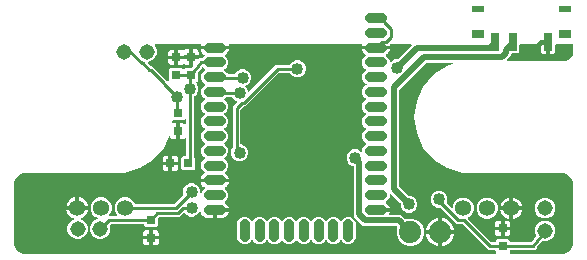
<source format=gbr>
G04 EAGLE Gerber RS-274X export*
G75*
%MOMM*%
%FSLAX34Y34*%
%LPD*%
%INTop Copper*%
%IPPOS*%
%AMOC8*
5,1,8,0,0,1.08239X$1,22.5*%
G01*
%ADD10C,0.863600*%
%ADD11C,1.359600*%
%ADD12R,0.800000X0.800000*%
%ADD13C,1.879600*%
%ADD14C,1.309600*%
%ADD15R,0.700000X1.500000*%
%ADD16R,1.000000X0.600000*%
%ADD17R,1.000000X0.800000*%
%ADD18C,0.254000*%
%ADD19C,1.016000*%
%ADD20C,0.406400*%
%ADD21C,0.508000*%

G36*
X410755Y3314D02*
X410755Y3314D01*
X410827Y3316D01*
X410876Y3334D01*
X410927Y3342D01*
X410991Y3376D01*
X411058Y3401D01*
X411099Y3433D01*
X411145Y3458D01*
X411194Y3509D01*
X411250Y3554D01*
X411278Y3598D01*
X411314Y3636D01*
X411344Y3701D01*
X411383Y3761D01*
X411396Y3812D01*
X411418Y3859D01*
X411426Y3930D01*
X411443Y4000D01*
X411439Y4052D01*
X411445Y4103D01*
X411430Y4174D01*
X411424Y4245D01*
X411404Y4293D01*
X411393Y4344D01*
X411356Y4405D01*
X411328Y4471D01*
X411283Y4527D01*
X411267Y4555D01*
X411249Y4570D01*
X411223Y4602D01*
X411077Y4748D01*
X411077Y5526D01*
X411074Y5546D01*
X411076Y5565D01*
X411054Y5667D01*
X411038Y5769D01*
X411028Y5786D01*
X411024Y5806D01*
X410971Y5895D01*
X410922Y5986D01*
X410908Y6000D01*
X410898Y6017D01*
X410819Y6084D01*
X410744Y6156D01*
X410726Y6164D01*
X410711Y6177D01*
X410615Y6216D01*
X410521Y6259D01*
X410501Y6261D01*
X410483Y6269D01*
X410316Y6287D01*
X405032Y6287D01*
X383105Y28214D01*
X383031Y28267D01*
X382962Y28327D01*
X382931Y28339D01*
X382905Y28358D01*
X382818Y28385D01*
X382733Y28419D01*
X382692Y28423D01*
X382670Y28430D01*
X382638Y28429D01*
X382567Y28437D01*
X378148Y28437D01*
X364391Y42194D01*
X364317Y42247D01*
X364248Y42307D01*
X364218Y42319D01*
X364192Y42338D01*
X364105Y42365D01*
X364020Y42399D01*
X363979Y42403D01*
X363957Y42410D01*
X363924Y42409D01*
X363853Y42417D01*
X361805Y42417D01*
X359191Y43500D01*
X357190Y45501D01*
X356107Y48115D01*
X356107Y50945D01*
X357190Y53559D01*
X359191Y55560D01*
X361805Y56643D01*
X364635Y56643D01*
X367249Y55560D01*
X369250Y53559D01*
X370333Y50945D01*
X370333Y48115D01*
X369789Y46803D01*
X369762Y46689D01*
X369734Y46576D01*
X369734Y46569D01*
X369733Y46563D01*
X369744Y46447D01*
X369753Y46330D01*
X369755Y46325D01*
X369756Y46318D01*
X369804Y46211D01*
X369849Y46104D01*
X369854Y46098D01*
X369856Y46094D01*
X369869Y46080D01*
X369954Y45973D01*
X373570Y42357D01*
X373628Y42316D01*
X373680Y42266D01*
X373727Y42244D01*
X373769Y42214D01*
X373838Y42193D01*
X373903Y42163D01*
X373955Y42157D01*
X374005Y42142D01*
X374076Y42143D01*
X374147Y42136D01*
X374198Y42147D01*
X374250Y42148D01*
X374318Y42173D01*
X374388Y42188D01*
X374432Y42214D01*
X374481Y42232D01*
X374537Y42277D01*
X374599Y42314D01*
X374633Y42354D01*
X374673Y42386D01*
X374712Y42446D01*
X374759Y42501D01*
X374778Y42549D01*
X374806Y42593D01*
X374824Y42662D01*
X374851Y42729D01*
X374859Y42800D01*
X374867Y42832D01*
X374865Y42855D01*
X374869Y42896D01*
X374869Y43597D01*
X376214Y46842D01*
X378698Y49326D01*
X381943Y50671D01*
X385457Y50671D01*
X388702Y49326D01*
X391186Y46842D01*
X392531Y43597D01*
X392531Y40083D01*
X391186Y36838D01*
X388702Y34354D01*
X388061Y34088D01*
X388022Y34064D01*
X387979Y34048D01*
X387918Y34000D01*
X387852Y33959D01*
X387823Y33923D01*
X387787Y33894D01*
X387745Y33829D01*
X387695Y33769D01*
X387679Y33726D01*
X387654Y33688D01*
X387635Y33612D01*
X387607Y33539D01*
X387605Y33494D01*
X387594Y33449D01*
X387600Y33372D01*
X387597Y33294D01*
X387610Y33250D01*
X387613Y33204D01*
X387644Y33132D01*
X387665Y33057D01*
X387691Y33020D01*
X387709Y32978D01*
X387795Y32871D01*
X387805Y32855D01*
X387810Y32852D01*
X387814Y32847D01*
X407545Y13116D01*
X407619Y13063D01*
X407688Y13003D01*
X407719Y12991D01*
X407745Y12972D01*
X407832Y12945D01*
X407917Y12911D01*
X407958Y12907D01*
X407980Y12900D01*
X408012Y12901D01*
X408083Y12893D01*
X410316Y12893D01*
X410336Y12896D01*
X410355Y12894D01*
X410457Y12916D01*
X410559Y12932D01*
X410576Y12942D01*
X410596Y12946D01*
X410685Y12999D01*
X410776Y13048D01*
X410790Y13062D01*
X410807Y13072D01*
X410874Y13151D01*
X410946Y13226D01*
X410954Y13244D01*
X410967Y13259D01*
X411006Y13355D01*
X411049Y13449D01*
X411051Y13469D01*
X411059Y13487D01*
X411077Y13654D01*
X411077Y14432D01*
X412268Y15623D01*
X421952Y15623D01*
X423143Y14432D01*
X423143Y13654D01*
X423146Y13634D01*
X423144Y13615D01*
X423166Y13513D01*
X423182Y13411D01*
X423192Y13394D01*
X423196Y13374D01*
X423249Y13285D01*
X423298Y13194D01*
X423312Y13180D01*
X423322Y13163D01*
X423401Y13096D01*
X423476Y13024D01*
X423494Y13016D01*
X423509Y13003D01*
X423605Y12964D01*
X423699Y12921D01*
X423719Y12919D01*
X423737Y12911D01*
X423904Y12893D01*
X440881Y12893D01*
X440901Y12896D01*
X440922Y12894D01*
X441022Y12916D01*
X441123Y12932D01*
X441142Y12942D01*
X441163Y12947D01*
X441250Y13000D01*
X441341Y13048D01*
X441355Y13063D01*
X441373Y13074D01*
X441488Y13196D01*
X445187Y18102D01*
X445217Y18159D01*
X445255Y18211D01*
X445274Y18267D01*
X445302Y18320D01*
X445312Y18383D01*
X445332Y18445D01*
X445331Y18504D01*
X445341Y18563D01*
X445330Y18626D01*
X445329Y18691D01*
X445305Y18773D01*
X445300Y18805D01*
X445291Y18822D01*
X445283Y18852D01*
X444329Y21153D01*
X444329Y24567D01*
X445636Y27721D01*
X448049Y30134D01*
X451203Y31441D01*
X454617Y31441D01*
X457771Y30134D01*
X460184Y27721D01*
X461491Y24567D01*
X461491Y21153D01*
X460184Y17999D01*
X457771Y15586D01*
X454617Y14279D01*
X451187Y14279D01*
X451182Y14282D01*
X451106Y14290D01*
X451031Y14307D01*
X450984Y14303D01*
X450938Y14308D01*
X450863Y14292D01*
X450786Y14284D01*
X450743Y14265D01*
X450697Y14255D01*
X450632Y14216D01*
X450562Y14184D01*
X450527Y14153D01*
X450487Y14128D01*
X450396Y14032D01*
X450381Y14018D01*
X450378Y14013D01*
X450372Y14006D01*
X446362Y8688D01*
X446344Y8654D01*
X446319Y8625D01*
X446287Y8545D01*
X446248Y8470D01*
X446242Y8432D01*
X446227Y8396D01*
X446209Y8230D01*
X446209Y8222D01*
X445442Y7455D01*
X445423Y7429D01*
X445373Y7375D01*
X444720Y6509D01*
X444712Y6508D01*
X444675Y6497D01*
X444637Y6494D01*
X444559Y6461D01*
X444477Y6435D01*
X444446Y6413D01*
X444411Y6398D01*
X444280Y6293D01*
X444274Y6287D01*
X443190Y6287D01*
X443158Y6282D01*
X443084Y6280D01*
X442010Y6129D01*
X442004Y6134D01*
X441970Y6152D01*
X441941Y6177D01*
X441862Y6209D01*
X441787Y6248D01*
X441749Y6254D01*
X441713Y6269D01*
X441546Y6287D01*
X423904Y6287D01*
X423884Y6284D01*
X423865Y6286D01*
X423763Y6264D01*
X423661Y6248D01*
X423644Y6238D01*
X423624Y6234D01*
X423535Y6181D01*
X423444Y6132D01*
X423430Y6118D01*
X423413Y6108D01*
X423346Y6029D01*
X423274Y5954D01*
X423266Y5936D01*
X423253Y5921D01*
X423214Y5825D01*
X423171Y5731D01*
X423169Y5711D01*
X423161Y5693D01*
X423143Y5526D01*
X423143Y4748D01*
X422997Y4602D01*
X422955Y4544D01*
X422906Y4492D01*
X422884Y4445D01*
X422853Y4403D01*
X422832Y4334D01*
X422802Y4269D01*
X422796Y4217D01*
X422781Y4167D01*
X422783Y4096D01*
X422775Y4025D01*
X422786Y3974D01*
X422787Y3922D01*
X422812Y3854D01*
X422827Y3784D01*
X422854Y3739D01*
X422872Y3691D01*
X422917Y3635D01*
X422953Y3573D01*
X422993Y3539D01*
X423026Y3499D01*
X423086Y3460D01*
X423140Y3413D01*
X423189Y3394D01*
X423232Y3366D01*
X423302Y3348D01*
X423369Y3321D01*
X423440Y3313D01*
X423471Y3305D01*
X423494Y3307D01*
X423535Y3303D01*
X467300Y3303D01*
X467326Y3307D01*
X467375Y3306D01*
X469059Y3472D01*
X469087Y3480D01*
X469115Y3480D01*
X469276Y3527D01*
X472389Y4816D01*
X472445Y4851D01*
X472505Y4876D01*
X472570Y4928D01*
X472598Y4946D01*
X472611Y4961D01*
X472636Y4981D01*
X475019Y7364D01*
X475057Y7417D01*
X475103Y7464D01*
X475143Y7537D01*
X475162Y7564D01*
X475168Y7582D01*
X475184Y7611D01*
X476473Y10724D01*
X476480Y10751D01*
X476493Y10776D01*
X476528Y10941D01*
X476694Y12625D01*
X476692Y12652D01*
X476697Y12700D01*
X476697Y62300D01*
X476693Y62326D01*
X476694Y62375D01*
X476528Y64059D01*
X476520Y64087D01*
X476520Y64115D01*
X476473Y64276D01*
X475184Y67389D01*
X475149Y67445D01*
X475124Y67505D01*
X475072Y67570D01*
X475054Y67598D01*
X475039Y67611D01*
X475019Y67636D01*
X472636Y70019D01*
X472583Y70057D01*
X472536Y70103D01*
X472463Y70143D01*
X472436Y70162D01*
X472418Y70168D01*
X472389Y70184D01*
X469276Y71473D01*
X469249Y71480D01*
X469224Y71493D01*
X469059Y71528D01*
X467375Y71694D01*
X467348Y71692D01*
X467300Y71697D01*
X383199Y71697D01*
X370148Y75529D01*
X358705Y82883D01*
X349797Y93163D01*
X344147Y105536D01*
X342211Y119000D01*
X344147Y132464D01*
X349797Y144837D01*
X358705Y155117D01*
X370148Y162471D01*
X374116Y163636D01*
X374129Y163642D01*
X374144Y163645D01*
X374239Y163695D01*
X374337Y163742D01*
X374348Y163753D01*
X374361Y163760D01*
X374436Y163838D01*
X374513Y163914D01*
X374520Y163927D01*
X374531Y163938D01*
X374576Y164036D01*
X374626Y164133D01*
X374628Y164147D01*
X374634Y164161D01*
X374646Y164269D01*
X374662Y164376D01*
X374660Y164391D01*
X374661Y164405D01*
X374638Y164511D01*
X374619Y164618D01*
X374612Y164631D01*
X374609Y164646D01*
X374553Y164739D01*
X374501Y164834D01*
X374491Y164844D01*
X374483Y164857D01*
X374400Y164927D01*
X374321Y165001D01*
X374307Y165007D01*
X374296Y165017D01*
X374195Y165057D01*
X374097Y165102D01*
X374082Y165103D01*
X374068Y165109D01*
X373901Y165127D01*
X352729Y165127D01*
X352639Y165113D01*
X352548Y165105D01*
X352519Y165093D01*
X352487Y165088D01*
X352406Y165045D01*
X352322Y165009D01*
X352290Y164983D01*
X352269Y164972D01*
X352247Y164949D01*
X352191Y164904D01*
X329916Y142629D01*
X329863Y142555D01*
X329803Y142485D01*
X329791Y142455D01*
X329772Y142429D01*
X329745Y142342D01*
X329711Y142257D01*
X329707Y142216D01*
X329700Y142194D01*
X329701Y142162D01*
X329693Y142091D01*
X329693Y60146D01*
X329707Y60056D01*
X329714Y59966D01*
X329727Y59936D01*
X329732Y59903D01*
X329775Y59823D01*
X329810Y59739D01*
X329837Y59707D01*
X329848Y59686D01*
X329871Y59664D01*
X329915Y59608D01*
X336960Y52548D01*
X337034Y52495D01*
X337104Y52435D01*
X337133Y52423D01*
X337159Y52405D01*
X337247Y52378D01*
X337332Y52343D01*
X337372Y52339D01*
X337394Y52332D01*
X337426Y52333D01*
X337498Y52325D01*
X339235Y52325D01*
X341849Y51242D01*
X343850Y49241D01*
X344933Y46627D01*
X344933Y43797D01*
X343850Y41183D01*
X341849Y39182D01*
X339235Y38099D01*
X336405Y38099D01*
X333791Y39182D01*
X331790Y41183D01*
X330707Y43797D01*
X330707Y45552D01*
X330693Y45641D01*
X330686Y45732D01*
X330673Y45762D01*
X330668Y45794D01*
X330625Y45874D01*
X330590Y45958D01*
X330563Y45991D01*
X330552Y46012D01*
X330529Y46034D01*
X330485Y46089D01*
X322576Y54016D01*
X322517Y54058D01*
X322465Y54108D01*
X322418Y54129D01*
X322376Y54160D01*
X322307Y54181D01*
X322242Y54211D01*
X322191Y54217D01*
X322141Y54232D01*
X322069Y54230D01*
X321998Y54238D01*
X321947Y54227D01*
X321895Y54226D01*
X321828Y54201D01*
X321757Y54186D01*
X321713Y54160D01*
X321664Y54142D01*
X321608Y54097D01*
X321546Y54060D01*
X321512Y54021D01*
X321472Y53988D01*
X321433Y53928D01*
X321386Y53873D01*
X321367Y53825D01*
X321339Y53782D01*
X321321Y53712D01*
X321294Y53645D01*
X321286Y53574D01*
X321279Y53543D01*
X321280Y53520D01*
X321276Y53478D01*
X321276Y51680D01*
X320309Y49346D01*
X318418Y47455D01*
X318363Y47379D01*
X318303Y47307D01*
X318292Y47279D01*
X318275Y47256D01*
X318247Y47166D01*
X318213Y47078D01*
X318211Y47049D01*
X318202Y47021D01*
X318205Y46926D01*
X318200Y46832D01*
X318208Y46804D01*
X318209Y46775D01*
X318241Y46686D01*
X318267Y46595D01*
X318283Y46571D01*
X318293Y46544D01*
X318352Y46470D01*
X318405Y46392D01*
X318434Y46368D01*
X318447Y46352D01*
X318475Y46334D01*
X318534Y46284D01*
X319297Y45774D01*
X320252Y44819D01*
X321003Y43695D01*
X321520Y42447D01*
X321615Y41970D01*
X310480Y41970D01*
X310460Y41966D01*
X310441Y41969D01*
X310339Y41947D01*
X310237Y41930D01*
X310220Y41921D01*
X310200Y41916D01*
X310111Y41863D01*
X310020Y41815D01*
X310006Y41800D01*
X309989Y41790D01*
X309922Y41711D01*
X309851Y41636D01*
X309842Y41618D01*
X309829Y41603D01*
X309790Y41507D01*
X309747Y41413D01*
X309745Y41394D01*
X309737Y41375D01*
X309719Y41208D01*
X309719Y39685D01*
X309722Y39665D01*
X309720Y39645D01*
X309742Y39544D01*
X309759Y39442D01*
X309768Y39424D01*
X309772Y39405D01*
X309825Y39316D01*
X309874Y39224D01*
X309888Y39211D01*
X309898Y39194D01*
X309977Y39126D01*
X310052Y39055D01*
X310070Y39047D01*
X310085Y39034D01*
X310181Y38995D01*
X310275Y38951D01*
X310295Y38949D01*
X310313Y38942D01*
X310480Y38923D01*
X321615Y38923D01*
X321520Y38446D01*
X320997Y37182D01*
X320986Y37137D01*
X320967Y37095D01*
X320958Y37018D01*
X320940Y36942D01*
X320945Y36897D01*
X320940Y36851D01*
X320956Y36775D01*
X320963Y36697D01*
X320982Y36656D01*
X320992Y36611D01*
X321032Y36544D01*
X321063Y36473D01*
X321095Y36439D01*
X321118Y36400D01*
X321177Y36349D01*
X321230Y36292D01*
X321270Y36269D01*
X321305Y36240D01*
X321377Y36211D01*
X321445Y36173D01*
X321491Y36165D01*
X321533Y36148D01*
X321669Y36133D01*
X321687Y36129D01*
X321692Y36130D01*
X321700Y36129D01*
X330778Y36129D01*
X333679Y33228D01*
X334244Y32662D01*
X334340Y32594D01*
X334433Y32525D01*
X334439Y32523D01*
X334444Y32519D01*
X334555Y32485D01*
X334667Y32448D01*
X334673Y32448D01*
X334679Y32447D01*
X334796Y32450D01*
X334913Y32451D01*
X334920Y32453D01*
X334925Y32453D01*
X334942Y32459D01*
X335074Y32497D01*
X336506Y33091D01*
X341054Y33091D01*
X345255Y31350D01*
X348470Y28135D01*
X350211Y23934D01*
X350211Y19386D01*
X348470Y15185D01*
X345255Y11970D01*
X341054Y10229D01*
X336506Y10229D01*
X332305Y11970D01*
X329090Y15185D01*
X327349Y19386D01*
X327349Y23934D01*
X327943Y25366D01*
X327969Y25480D01*
X327998Y25593D01*
X327997Y25599D01*
X327999Y25606D01*
X327988Y25722D01*
X327979Y25838D01*
X327976Y25844D01*
X327976Y25850D01*
X327928Y25957D01*
X327882Y26065D01*
X327878Y26071D01*
X327876Y26075D01*
X327863Y26089D01*
X327778Y26196D01*
X327212Y26761D01*
X327138Y26814D01*
X327069Y26873D01*
X327039Y26885D01*
X327013Y26904D01*
X326926Y26931D01*
X326841Y26965D01*
X326800Y26970D01*
X326778Y26977D01*
X326745Y26976D01*
X326674Y26984D01*
X298935Y26984D01*
X291048Y34870D01*
X291048Y76838D01*
X291029Y76953D01*
X291012Y77069D01*
X291010Y77075D01*
X291009Y77081D01*
X290954Y77183D01*
X290901Y77288D01*
X290896Y77293D01*
X290893Y77298D01*
X290809Y77378D01*
X290725Y77461D01*
X290719Y77464D01*
X290715Y77468D01*
X290698Y77476D01*
X290578Y77542D01*
X288071Y78580D01*
X286070Y80581D01*
X284987Y83195D01*
X284987Y86025D01*
X286070Y88639D01*
X288071Y90640D01*
X290685Y91723D01*
X293515Y91723D01*
X296129Y90640D01*
X296861Y89908D01*
X296919Y89866D01*
X296971Y89817D01*
X297018Y89795D01*
X297060Y89765D01*
X297129Y89744D01*
X297194Y89713D01*
X297246Y89708D01*
X297296Y89692D01*
X297367Y89694D01*
X297438Y89686D01*
X297489Y89697D01*
X297541Y89699D01*
X297609Y89723D01*
X297679Y89738D01*
X297724Y89765D01*
X297772Y89783D01*
X297828Y89828D01*
X297890Y89865D01*
X297924Y89904D01*
X297964Y89937D01*
X298003Y89997D01*
X298050Y90052D01*
X298069Y90100D01*
X298097Y90144D01*
X298115Y90213D01*
X298142Y90280D01*
X298150Y90351D01*
X298158Y90382D01*
X298156Y90406D01*
X298160Y90446D01*
X298160Y91697D01*
X299127Y94031D01*
X300914Y95818D01*
X301303Y95979D01*
X301364Y96016D01*
X301429Y96046D01*
X301468Y96081D01*
X301512Y96108D01*
X301557Y96164D01*
X301610Y96212D01*
X301635Y96258D01*
X301669Y96298D01*
X301694Y96365D01*
X301729Y96428D01*
X301738Y96479D01*
X301757Y96527D01*
X301760Y96599D01*
X301773Y96670D01*
X301765Y96721D01*
X301767Y96773D01*
X301747Y96842D01*
X301737Y96913D01*
X301713Y96959D01*
X301699Y97009D01*
X301658Y97068D01*
X301625Y97132D01*
X301588Y97169D01*
X301558Y97211D01*
X301501Y97254D01*
X301450Y97304D01*
X301387Y97339D01*
X301361Y97358D01*
X301339Y97366D01*
X301303Y97385D01*
X300914Y97547D01*
X299127Y99333D01*
X298160Y101667D01*
X298160Y104194D01*
X299127Y106528D01*
X300914Y108314D01*
X301303Y108475D01*
X301364Y108513D01*
X301429Y108542D01*
X301468Y108578D01*
X301512Y108605D01*
X301557Y108660D01*
X301610Y108709D01*
X301635Y108755D01*
X301669Y108795D01*
X301694Y108861D01*
X301729Y108924D01*
X301738Y108976D01*
X301757Y109024D01*
X301760Y109096D01*
X301773Y109166D01*
X301765Y109218D01*
X301767Y109270D01*
X301747Y109339D01*
X301737Y109410D01*
X301713Y109456D01*
X301699Y109506D01*
X301658Y109565D01*
X301625Y109629D01*
X301588Y109665D01*
X301558Y109708D01*
X301501Y109751D01*
X301450Y109801D01*
X301387Y109836D01*
X301361Y109855D01*
X301339Y109862D01*
X301303Y109882D01*
X300914Y110043D01*
X299127Y111830D01*
X298160Y114164D01*
X298160Y116690D01*
X299127Y119025D01*
X300914Y120811D01*
X301303Y120972D01*
X301364Y121010D01*
X301429Y121039D01*
X301468Y121074D01*
X301512Y121102D01*
X301557Y121157D01*
X301610Y121206D01*
X301635Y121251D01*
X301669Y121291D01*
X301694Y121358D01*
X301729Y121421D01*
X301738Y121472D01*
X301757Y121521D01*
X301760Y121593D01*
X301773Y121663D01*
X301765Y121715D01*
X301767Y121767D01*
X301747Y121836D01*
X301737Y121907D01*
X301713Y121953D01*
X301699Y122003D01*
X301658Y122062D01*
X301625Y122126D01*
X301588Y122162D01*
X301558Y122205D01*
X301501Y122248D01*
X301450Y122298D01*
X301387Y122333D01*
X301361Y122352D01*
X301339Y122359D01*
X301303Y122379D01*
X300914Y122540D01*
X299127Y124327D01*
X298160Y126661D01*
X298160Y129187D01*
X299127Y131521D01*
X300914Y133308D01*
X301303Y133469D01*
X301364Y133507D01*
X301429Y133536D01*
X301467Y133571D01*
X301512Y133599D01*
X301558Y133654D01*
X301610Y133702D01*
X301635Y133748D01*
X301669Y133788D01*
X301694Y133855D01*
X301729Y133918D01*
X301738Y133969D01*
X301757Y134018D01*
X301760Y134089D01*
X301773Y134160D01*
X301765Y134211D01*
X301767Y134264D01*
X301747Y134332D01*
X301737Y134403D01*
X301713Y134450D01*
X301699Y134500D01*
X301658Y134559D01*
X301625Y134623D01*
X301588Y134659D01*
X301558Y134702D01*
X301501Y134745D01*
X301450Y134795D01*
X301387Y134829D01*
X301361Y134849D01*
X301339Y134856D01*
X301303Y134876D01*
X300914Y135037D01*
X299127Y136823D01*
X298160Y139158D01*
X298160Y141684D01*
X299127Y144018D01*
X300914Y145805D01*
X301303Y145966D01*
X301364Y146004D01*
X301429Y146033D01*
X301467Y146068D01*
X301512Y146095D01*
X301558Y146151D01*
X301610Y146199D01*
X301635Y146245D01*
X301669Y146285D01*
X301694Y146352D01*
X301729Y146415D01*
X301738Y146466D01*
X301757Y146515D01*
X301760Y146586D01*
X301773Y146657D01*
X301765Y146708D01*
X301767Y146760D01*
X301747Y146829D01*
X301737Y146900D01*
X301713Y146947D01*
X301699Y146997D01*
X301658Y147055D01*
X301625Y147119D01*
X301588Y147156D01*
X301558Y147199D01*
X301501Y147241D01*
X301450Y147292D01*
X301387Y147326D01*
X301361Y147345D01*
X301339Y147353D01*
X301303Y147372D01*
X300914Y147534D01*
X299127Y149320D01*
X298160Y151654D01*
X298160Y154181D01*
X299127Y156515D01*
X300914Y158301D01*
X301303Y158463D01*
X301364Y158500D01*
X301429Y158530D01*
X301467Y158565D01*
X301512Y158592D01*
X301558Y158648D01*
X301610Y158696D01*
X301635Y158742D01*
X301669Y158782D01*
X301694Y158849D01*
X301729Y158911D01*
X301738Y158963D01*
X301757Y159011D01*
X301760Y159083D01*
X301773Y159154D01*
X301765Y159205D01*
X301767Y159257D01*
X301747Y159326D01*
X301737Y159397D01*
X301713Y159443D01*
X301699Y159493D01*
X301658Y159552D01*
X301625Y159616D01*
X301588Y159653D01*
X301558Y159695D01*
X301501Y159738D01*
X301450Y159788D01*
X301387Y159823D01*
X301361Y159842D01*
X301339Y159849D01*
X301303Y159869D01*
X300914Y160030D01*
X299127Y161817D01*
X298160Y164151D01*
X298160Y166678D01*
X299127Y169012D01*
X301018Y170902D01*
X301073Y170979D01*
X301133Y171051D01*
X301144Y171078D01*
X301161Y171102D01*
X301189Y171192D01*
X301223Y171280D01*
X301225Y171309D01*
X301234Y171337D01*
X301231Y171431D01*
X301236Y171526D01*
X301228Y171554D01*
X301227Y171583D01*
X301195Y171672D01*
X301169Y171762D01*
X301153Y171786D01*
X301143Y171814D01*
X301084Y171888D01*
X301031Y171965D01*
X301002Y171989D01*
X300989Y172006D01*
X300961Y172024D01*
X300902Y172073D01*
X300139Y172584D01*
X299184Y173539D01*
X298433Y174662D01*
X297916Y175910D01*
X297821Y176388D01*
X308956Y176388D01*
X308976Y176391D01*
X308995Y176389D01*
X309097Y176411D01*
X309199Y176428D01*
X309216Y176437D01*
X309236Y176441D01*
X309325Y176494D01*
X309416Y176543D01*
X309430Y176557D01*
X309447Y176567D01*
X309514Y176646D01*
X309585Y176721D01*
X309594Y176739D01*
X309607Y176754D01*
X309646Y176850D01*
X309689Y176944D01*
X309691Y176964D01*
X309699Y176982D01*
X309717Y177149D01*
X309717Y178673D01*
X309714Y178693D01*
X309716Y178712D01*
X309694Y178814D01*
X309677Y178916D01*
X309668Y178933D01*
X309664Y178953D01*
X309611Y179042D01*
X309562Y179133D01*
X309548Y179147D01*
X309538Y179164D01*
X309459Y179231D01*
X309384Y179303D01*
X309366Y179311D01*
X309351Y179324D01*
X309255Y179363D01*
X309161Y179406D01*
X309141Y179408D01*
X309123Y179416D01*
X308956Y179434D01*
X297821Y179434D01*
X297904Y179851D01*
X297907Y179946D01*
X297917Y180039D01*
X297911Y180068D01*
X297912Y180097D01*
X297885Y180188D01*
X297865Y180280D01*
X297850Y180305D01*
X297842Y180333D01*
X297787Y180410D01*
X297739Y180491D01*
X297717Y180510D01*
X297700Y180534D01*
X297624Y180590D01*
X297552Y180651D01*
X297525Y180662D01*
X297501Y180679D01*
X297412Y180707D01*
X297324Y180743D01*
X297287Y180747D01*
X297267Y180753D01*
X297234Y180753D01*
X297157Y180761D01*
X185871Y180761D01*
X185778Y180746D01*
X185684Y180738D01*
X185657Y180726D01*
X185628Y180722D01*
X185545Y180677D01*
X185458Y180640D01*
X185436Y180620D01*
X185411Y180606D01*
X185346Y180538D01*
X185276Y180475D01*
X185261Y180449D01*
X185241Y180428D01*
X185201Y180343D01*
X185155Y180260D01*
X185150Y180232D01*
X185138Y180205D01*
X185127Y180111D01*
X185110Y180019D01*
X185113Y179982D01*
X185110Y179961D01*
X185117Y179929D01*
X185124Y179851D01*
X185217Y179384D01*
X174082Y179384D01*
X174062Y179380D01*
X174043Y179383D01*
X173941Y179361D01*
X173839Y179344D01*
X173822Y179335D01*
X173802Y179330D01*
X173713Y179277D01*
X173622Y179229D01*
X173608Y179214D01*
X173591Y179204D01*
X173524Y179125D01*
X173453Y179050D01*
X173444Y179032D01*
X173431Y179017D01*
X173392Y178921D01*
X173349Y178827D01*
X173347Y178808D01*
X173339Y178789D01*
X173321Y178622D01*
X173321Y177099D01*
X173324Y177079D01*
X173322Y177059D01*
X173344Y176958D01*
X173361Y176856D01*
X173370Y176838D01*
X173374Y176819D01*
X173427Y176730D01*
X173476Y176638D01*
X173490Y176625D01*
X173500Y176608D01*
X173579Y176540D01*
X173654Y176469D01*
X173672Y176461D01*
X173687Y176448D01*
X173783Y176409D01*
X173877Y176365D01*
X173897Y176363D01*
X173915Y176356D01*
X174082Y176337D01*
X185217Y176337D01*
X185122Y175860D01*
X184605Y174612D01*
X183854Y173488D01*
X182899Y172533D01*
X182136Y172023D01*
X182067Y171959D01*
X181993Y171900D01*
X181977Y171875D01*
X181956Y171855D01*
X181911Y171772D01*
X181860Y171693D01*
X181853Y171664D01*
X181839Y171639D01*
X181823Y171546D01*
X181800Y171454D01*
X181802Y171425D01*
X181797Y171396D01*
X181812Y171303D01*
X181819Y171209D01*
X181831Y171182D01*
X181835Y171153D01*
X181879Y171069D01*
X181916Y170983D01*
X181939Y170954D01*
X181948Y170935D01*
X181972Y170912D01*
X182020Y170852D01*
X183911Y168961D01*
X184878Y166627D01*
X184878Y164100D01*
X183911Y161766D01*
X182124Y159980D01*
X181735Y159819D01*
X181674Y159781D01*
X181609Y159752D01*
X181571Y159717D01*
X181526Y159689D01*
X181480Y159634D01*
X181428Y159585D01*
X181403Y159540D01*
X181369Y159500D01*
X181344Y159433D01*
X181309Y159370D01*
X181300Y159318D01*
X181281Y159270D01*
X181278Y159198D01*
X181265Y159128D01*
X181273Y159076D01*
X181271Y159024D01*
X181291Y158955D01*
X181301Y158884D01*
X181325Y158838D01*
X181339Y158788D01*
X181380Y158729D01*
X181413Y158665D01*
X181450Y158629D01*
X181480Y158586D01*
X181537Y158543D01*
X181588Y158493D01*
X181651Y158458D01*
X181677Y158439D01*
X181699Y158432D01*
X181735Y158412D01*
X182124Y158251D01*
X183911Y156464D01*
X184032Y156173D01*
X184094Y156073D01*
X184153Y155973D01*
X184158Y155969D01*
X184161Y155964D01*
X184252Y155889D01*
X184340Y155813D01*
X184346Y155811D01*
X184351Y155807D01*
X184459Y155765D01*
X184568Y155721D01*
X184576Y155720D01*
X184580Y155719D01*
X184599Y155718D01*
X184735Y155703D01*
X190011Y155703D01*
X190125Y155721D01*
X190242Y155739D01*
X190247Y155741D01*
X190253Y155742D01*
X190356Y155797D01*
X190461Y155850D01*
X190465Y155855D01*
X190471Y155858D01*
X190551Y155942D01*
X190633Y156026D01*
X190637Y156032D01*
X190640Y156036D01*
X190648Y156053D01*
X190714Y156173D01*
X190820Y156429D01*
X192821Y158430D01*
X195435Y159513D01*
X198265Y159513D01*
X200879Y158430D01*
X202880Y156429D01*
X203963Y153815D01*
X203963Y150985D01*
X202880Y148371D01*
X200879Y146370D01*
X199683Y145875D01*
X199644Y145850D01*
X199601Y145835D01*
X199540Y145786D01*
X199474Y145745D01*
X199444Y145710D01*
X199409Y145681D01*
X199367Y145616D01*
X199317Y145556D01*
X199300Y145513D01*
X199276Y145474D01*
X199257Y145399D01*
X199229Y145326D01*
X199227Y145280D01*
X199216Y145236D01*
X199222Y145158D01*
X199218Y145080D01*
X199231Y145036D01*
X199235Y144990D01*
X199265Y144919D01*
X199287Y144844D01*
X199313Y144806D01*
X199331Y144764D01*
X199416Y144657D01*
X199427Y144642D01*
X199431Y144639D01*
X199436Y144633D01*
X200340Y143729D01*
X201422Y141117D01*
X201446Y141078D01*
X201462Y141035D01*
X201510Y140974D01*
X201551Y140908D01*
X201587Y140879D01*
X201615Y140843D01*
X201681Y140801D01*
X201741Y140751D01*
X201784Y140735D01*
X201822Y140710D01*
X201898Y140691D01*
X201970Y140663D01*
X202016Y140661D01*
X202061Y140650D01*
X202138Y140656D01*
X202216Y140653D01*
X202260Y140665D01*
X202306Y140669D01*
X202378Y140699D01*
X202452Y140721D01*
X202490Y140747D01*
X202532Y140765D01*
X202639Y140851D01*
X202655Y140861D01*
X202658Y140865D01*
X202663Y140870D01*
X225116Y163323D01*
X236458Y163323D01*
X236572Y163341D01*
X236689Y163359D01*
X236694Y163361D01*
X236700Y163362D01*
X236803Y163417D01*
X236908Y163470D01*
X236912Y163475D01*
X236918Y163478D01*
X236998Y163562D01*
X237080Y163646D01*
X237084Y163652D01*
X237087Y163656D01*
X237095Y163673D01*
X237161Y163793D01*
X237267Y164049D01*
X239268Y166050D01*
X241882Y167133D01*
X244712Y167133D01*
X247326Y166050D01*
X249327Y164049D01*
X250410Y161435D01*
X250410Y158605D01*
X249327Y155991D01*
X247326Y153990D01*
X244712Y152907D01*
X241882Y152907D01*
X239268Y153990D01*
X237267Y155991D01*
X237161Y156247D01*
X237100Y156346D01*
X237039Y156447D01*
X237035Y156451D01*
X237031Y156456D01*
X236942Y156530D01*
X236853Y156607D01*
X236847Y156609D01*
X236842Y156613D01*
X236734Y156654D01*
X236624Y156699D01*
X236617Y156700D01*
X236612Y156701D01*
X236594Y156702D01*
X236458Y156717D01*
X228167Y156717D01*
X228077Y156703D01*
X227986Y156695D01*
X227957Y156683D01*
X227925Y156678D01*
X227844Y156635D01*
X227760Y156599D01*
X227728Y156573D01*
X227707Y156562D01*
X227685Y156539D01*
X227629Y156494D01*
X199150Y128015D01*
X197771Y128015D01*
X197681Y128001D01*
X197590Y127993D01*
X197561Y127981D01*
X197529Y127976D01*
X197448Y127933D01*
X197364Y127897D01*
X197332Y127871D01*
X197311Y127860D01*
X197289Y127837D01*
X197233Y127792D01*
X195296Y125855D01*
X195243Y125781D01*
X195183Y125712D01*
X195171Y125681D01*
X195152Y125655D01*
X195125Y125568D01*
X195091Y125483D01*
X195087Y125442D01*
X195080Y125420D01*
X195081Y125388D01*
X195073Y125317D01*
X195073Y96774D01*
X195076Y96754D01*
X195074Y96735D01*
X195096Y96633D01*
X195112Y96531D01*
X195122Y96514D01*
X195126Y96494D01*
X195179Y96405D01*
X195228Y96314D01*
X195242Y96300D01*
X195252Y96283D01*
X195331Y96216D01*
X195406Y96144D01*
X195424Y96136D01*
X195439Y96123D01*
X195535Y96084D01*
X195629Y96041D01*
X195649Y96039D01*
X195667Y96031D01*
X195685Y96029D01*
X198339Y94930D01*
X200340Y92929D01*
X201423Y90315D01*
X201423Y87485D01*
X200340Y84871D01*
X198339Y82870D01*
X195725Y81787D01*
X192895Y81787D01*
X190281Y82870D01*
X188280Y84871D01*
X187197Y87485D01*
X187197Y90315D01*
X188294Y92962D01*
X188297Y92967D01*
X188357Y93037D01*
X188369Y93067D01*
X188388Y93093D01*
X188415Y93180D01*
X188449Y93265D01*
X188453Y93306D01*
X188460Y93328D01*
X188459Y93360D01*
X188467Y93432D01*
X188467Y128368D01*
X191942Y131843D01*
X191969Y131880D01*
X192003Y131911D01*
X192040Y131979D01*
X192086Y132043D01*
X192099Y132086D01*
X192121Y132127D01*
X192135Y132203D01*
X192158Y132278D01*
X192157Y132323D01*
X192165Y132369D01*
X192154Y132446D01*
X192152Y132523D01*
X192136Y132567D01*
X192129Y132612D01*
X192094Y132681D01*
X192067Y132755D01*
X192038Y132790D01*
X192018Y132831D01*
X191962Y132886D01*
X191913Y132947D01*
X191875Y132971D01*
X191842Y133004D01*
X191722Y133069D01*
X191707Y133080D01*
X191702Y133081D01*
X191695Y133084D01*
X190281Y133670D01*
X188280Y135671D01*
X188174Y135927D01*
X188113Y136026D01*
X188052Y136127D01*
X188048Y136131D01*
X188044Y136136D01*
X187955Y136210D01*
X187866Y136287D01*
X187860Y136289D01*
X187855Y136293D01*
X187747Y136334D01*
X187637Y136379D01*
X187630Y136380D01*
X187625Y136381D01*
X187607Y136382D01*
X187471Y136397D01*
X183851Y136397D01*
X183761Y136383D01*
X183670Y136375D01*
X183640Y136363D01*
X183608Y136358D01*
X183527Y136315D01*
X183443Y136279D01*
X183411Y136253D01*
X183391Y136242D01*
X183368Y136219D01*
X183312Y136174D01*
X182124Y134986D01*
X181735Y134825D01*
X181674Y134787D01*
X181609Y134758D01*
X181570Y134723D01*
X181526Y134695D01*
X181481Y134640D01*
X181428Y134592D01*
X181403Y134546D01*
X181369Y134506D01*
X181344Y134439D01*
X181309Y134376D01*
X181300Y134325D01*
X181281Y134276D01*
X181278Y134205D01*
X181265Y134134D01*
X181273Y134083D01*
X181271Y134031D01*
X181291Y133962D01*
X181301Y133891D01*
X181325Y133844D01*
X181339Y133794D01*
X181380Y133736D01*
X181413Y133672D01*
X181450Y133635D01*
X181480Y133592D01*
X181537Y133550D01*
X181588Y133499D01*
X181651Y133465D01*
X181677Y133446D01*
X181699Y133438D01*
X181735Y133418D01*
X182124Y133257D01*
X183911Y131471D01*
X184878Y129137D01*
X184878Y126610D01*
X183911Y124276D01*
X182124Y122489D01*
X181735Y122328D01*
X181674Y122291D01*
X181609Y122261D01*
X181570Y122226D01*
X181526Y122199D01*
X181481Y122143D01*
X181428Y122095D01*
X181403Y122049D01*
X181369Y122009D01*
X181344Y121942D01*
X181309Y121879D01*
X181300Y121828D01*
X181281Y121780D01*
X181278Y121708D01*
X181265Y121637D01*
X181273Y121586D01*
X181271Y121534D01*
X181291Y121465D01*
X181301Y121394D01*
X181325Y121348D01*
X181339Y121298D01*
X181380Y121239D01*
X181413Y121175D01*
X181450Y121138D01*
X181480Y121096D01*
X181537Y121053D01*
X181588Y121003D01*
X181651Y120968D01*
X181677Y120949D01*
X181699Y120941D01*
X181735Y120922D01*
X182124Y120760D01*
X183911Y118974D01*
X184878Y116640D01*
X184878Y114113D01*
X183911Y111779D01*
X182124Y109993D01*
X181735Y109832D01*
X181674Y109794D01*
X181609Y109765D01*
X181570Y109729D01*
X181526Y109702D01*
X181481Y109647D01*
X181428Y109598D01*
X181403Y109552D01*
X181369Y109512D01*
X181344Y109446D01*
X181309Y109383D01*
X181300Y109331D01*
X181281Y109283D01*
X181278Y109211D01*
X181265Y109141D01*
X181273Y109089D01*
X181271Y109037D01*
X181291Y108968D01*
X181301Y108897D01*
X181325Y108851D01*
X181339Y108801D01*
X181380Y108742D01*
X181413Y108678D01*
X181450Y108642D01*
X181480Y108599D01*
X181537Y108556D01*
X181588Y108506D01*
X181651Y108471D01*
X181677Y108452D01*
X181699Y108445D01*
X181735Y108425D01*
X182124Y108264D01*
X183911Y106477D01*
X184878Y104143D01*
X184878Y101617D01*
X183911Y99282D01*
X182124Y97496D01*
X181735Y97335D01*
X181674Y97297D01*
X181609Y97268D01*
X181570Y97233D01*
X181526Y97205D01*
X181481Y97150D01*
X181428Y97101D01*
X181403Y97056D01*
X181369Y97016D01*
X181344Y96949D01*
X181309Y96886D01*
X181300Y96835D01*
X181281Y96786D01*
X181278Y96714D01*
X181265Y96644D01*
X181273Y96592D01*
X181271Y96540D01*
X181291Y96471D01*
X181301Y96400D01*
X181325Y96354D01*
X181339Y96304D01*
X181380Y96245D01*
X181413Y96181D01*
X181450Y96145D01*
X181480Y96102D01*
X181537Y96059D01*
X181588Y96009D01*
X181651Y95974D01*
X181677Y95955D01*
X181699Y95948D01*
X181735Y95928D01*
X182124Y95767D01*
X183911Y93980D01*
X184878Y91646D01*
X184878Y89120D01*
X183911Y86786D01*
X182124Y84999D01*
X181735Y84838D01*
X181674Y84800D01*
X181609Y84771D01*
X181570Y84736D01*
X181526Y84708D01*
X181481Y84653D01*
X181428Y84605D01*
X181403Y84559D01*
X181369Y84519D01*
X181344Y84452D01*
X181309Y84389D01*
X181300Y84338D01*
X181281Y84289D01*
X181278Y84218D01*
X181265Y84147D01*
X181273Y84095D01*
X181271Y84044D01*
X181291Y83975D01*
X181301Y83904D01*
X181325Y83857D01*
X181339Y83807D01*
X181380Y83748D01*
X181413Y83684D01*
X181450Y83648D01*
X181480Y83605D01*
X181537Y83562D01*
X181588Y83512D01*
X181651Y83478D01*
X181677Y83458D01*
X181699Y83451D01*
X181735Y83431D01*
X182124Y83270D01*
X183911Y81484D01*
X184878Y79149D01*
X184878Y76623D01*
X183911Y74289D01*
X182020Y72398D01*
X181965Y72322D01*
X181905Y72250D01*
X181894Y72222D01*
X181877Y72199D01*
X181849Y72108D01*
X181815Y72021D01*
X181813Y71992D01*
X181804Y71964D01*
X181807Y71869D01*
X181802Y71775D01*
X181810Y71747D01*
X181811Y71718D01*
X181843Y71629D01*
X181869Y71538D01*
X181885Y71514D01*
X181895Y71487D01*
X181954Y71413D01*
X182007Y71335D01*
X182036Y71311D01*
X182049Y71295D01*
X182077Y71277D01*
X182136Y71227D01*
X182899Y70717D01*
X183854Y69762D01*
X184605Y68638D01*
X185122Y67390D01*
X185217Y66913D01*
X174082Y66913D01*
X174062Y66909D01*
X174043Y66912D01*
X173941Y66890D01*
X173839Y66873D01*
X173822Y66864D01*
X173802Y66859D01*
X173713Y66806D01*
X173622Y66758D01*
X173608Y66743D01*
X173591Y66733D01*
X173524Y66654D01*
X173453Y66579D01*
X173444Y66561D01*
X173431Y66546D01*
X173392Y66450D01*
X173349Y66356D01*
X173347Y66337D01*
X173339Y66318D01*
X173321Y66151D01*
X173321Y64628D01*
X173324Y64608D01*
X173322Y64588D01*
X173344Y64487D01*
X173361Y64385D01*
X173370Y64367D01*
X173374Y64348D01*
X173427Y64259D01*
X173476Y64167D01*
X173490Y64154D01*
X173500Y64137D01*
X173579Y64069D01*
X173654Y63998D01*
X173672Y63990D01*
X173687Y63977D01*
X173783Y63938D01*
X173877Y63894D01*
X173897Y63892D01*
X173915Y63885D01*
X174082Y63866D01*
X185217Y63866D01*
X185122Y63389D01*
X184605Y62141D01*
X183854Y61017D01*
X182899Y60062D01*
X182136Y59552D01*
X182067Y59487D01*
X181993Y59429D01*
X181977Y59404D01*
X181956Y59384D01*
X181911Y59301D01*
X181860Y59222D01*
X181853Y59193D01*
X181839Y59168D01*
X181823Y59075D01*
X181800Y58983D01*
X181802Y58954D01*
X181797Y58925D01*
X181812Y58832D01*
X181819Y58738D01*
X181831Y58711D01*
X181835Y58682D01*
X181879Y58598D01*
X181916Y58512D01*
X181939Y58483D01*
X181948Y58464D01*
X181972Y58441D01*
X182020Y58381D01*
X183911Y56490D01*
X184878Y54156D01*
X184878Y51629D01*
X183911Y49295D01*
X182020Y47405D01*
X181965Y47328D01*
X181905Y47256D01*
X181894Y47229D01*
X181877Y47205D01*
X181849Y47115D01*
X181815Y47027D01*
X181813Y46998D01*
X181804Y46970D01*
X181807Y46876D01*
X181802Y46781D01*
X181810Y46753D01*
X181811Y46724D01*
X181843Y46635D01*
X181869Y46545D01*
X181885Y46521D01*
X181895Y46493D01*
X181954Y46419D01*
X182007Y46342D01*
X182036Y46318D01*
X182049Y46301D01*
X182077Y46283D01*
X182136Y46234D01*
X182899Y45723D01*
X183854Y44768D01*
X184605Y43645D01*
X185122Y42396D01*
X185217Y41919D01*
X174082Y41919D01*
X174062Y41916D01*
X174043Y41918D01*
X173941Y41896D01*
X173839Y41879D01*
X173822Y41870D01*
X173802Y41866D01*
X173713Y41813D01*
X173622Y41764D01*
X173608Y41750D01*
X173591Y41740D01*
X173524Y41661D01*
X173453Y41586D01*
X173444Y41568D01*
X173431Y41553D01*
X173392Y41456D01*
X173349Y41363D01*
X173347Y41343D01*
X173339Y41325D01*
X173321Y41158D01*
X173321Y40395D01*
X172558Y40395D01*
X172538Y40392D01*
X172519Y40394D01*
X172417Y40372D01*
X172315Y40355D01*
X172298Y40346D01*
X172278Y40342D01*
X172189Y40289D01*
X172098Y40240D01*
X172084Y40226D01*
X172067Y40216D01*
X172000Y40137D01*
X171929Y40062D01*
X171920Y40044D01*
X171907Y40029D01*
X171868Y39932D01*
X171825Y39839D01*
X171823Y39819D01*
X171815Y39801D01*
X171797Y39634D01*
X171797Y33537D01*
X167437Y33537D01*
X166112Y33801D01*
X164864Y34318D01*
X163741Y35068D01*
X162786Y36024D01*
X162035Y37147D01*
X161518Y38395D01*
X161487Y38552D01*
X161479Y38573D01*
X161477Y38596D01*
X161436Y38688D01*
X161400Y38782D01*
X161386Y38800D01*
X161377Y38821D01*
X161309Y38895D01*
X161245Y38973D01*
X161226Y38985D01*
X161210Y39002D01*
X161122Y39051D01*
X161037Y39104D01*
X161015Y39109D01*
X160995Y39121D01*
X160896Y39138D01*
X160798Y39162D01*
X160775Y39160D01*
X160753Y39164D01*
X160653Y39150D01*
X160553Y39141D01*
X160532Y39132D01*
X160509Y39129D01*
X160420Y39083D01*
X160328Y39043D01*
X160311Y39027D01*
X160290Y39017D01*
X160220Y38945D01*
X160145Y38878D01*
X160134Y38858D01*
X160118Y38841D01*
X160037Y38694D01*
X159700Y37881D01*
X157699Y35880D01*
X155085Y34797D01*
X152255Y34797D01*
X149641Y35880D01*
X147762Y37759D01*
X147746Y37771D01*
X147733Y37786D01*
X147646Y37842D01*
X147562Y37903D01*
X147543Y37908D01*
X147527Y37919D01*
X147426Y37944D01*
X147327Y37975D01*
X147307Y37974D01*
X147288Y37979D01*
X147185Y37971D01*
X147081Y37969D01*
X147063Y37962D01*
X147043Y37960D01*
X146948Y37920D01*
X146850Y37884D01*
X146835Y37872D01*
X146816Y37864D01*
X146686Y37759D01*
X143342Y34415D01*
X126351Y34415D01*
X126261Y34401D01*
X126170Y34393D01*
X126141Y34381D01*
X126109Y34376D01*
X126028Y34333D01*
X125944Y34297D01*
X125912Y34271D01*
X125891Y34260D01*
X125869Y34237D01*
X125813Y34192D01*
X125396Y33775D01*
X125343Y33701D01*
X125283Y33632D01*
X125271Y33601D01*
X125252Y33575D01*
X125225Y33488D01*
X125191Y33403D01*
X125187Y33362D01*
X125180Y33340D01*
X125181Y33308D01*
X125173Y33237D01*
X125173Y27348D01*
X123982Y26157D01*
X114298Y26157D01*
X113107Y27348D01*
X113107Y28126D01*
X113104Y28146D01*
X113106Y28165D01*
X113084Y28267D01*
X113068Y28369D01*
X113058Y28386D01*
X113054Y28406D01*
X113001Y28495D01*
X112952Y28586D01*
X112938Y28600D01*
X112928Y28617D01*
X112849Y28684D01*
X112774Y28756D01*
X112756Y28764D01*
X112741Y28777D01*
X112645Y28816D01*
X112551Y28859D01*
X112531Y28861D01*
X112513Y28869D01*
X112346Y28887D01*
X85717Y28887D01*
X85627Y28873D01*
X85536Y28865D01*
X85507Y28853D01*
X85475Y28848D01*
X85394Y28805D01*
X85310Y28769D01*
X85278Y28743D01*
X85257Y28732D01*
X85235Y28709D01*
X85179Y28664D01*
X84523Y28008D01*
X84455Y27913D01*
X84385Y27820D01*
X84383Y27814D01*
X84380Y27809D01*
X84345Y27698D01*
X84309Y27586D01*
X84309Y27580D01*
X84307Y27574D01*
X84310Y27457D01*
X84311Y27340D01*
X84313Y27333D01*
X84314Y27328D01*
X84320Y27310D01*
X84358Y27179D01*
X84809Y26091D01*
X84809Y22677D01*
X83502Y19523D01*
X81089Y17110D01*
X77935Y15803D01*
X74521Y15803D01*
X71367Y17110D01*
X68954Y19523D01*
X67647Y22677D01*
X67647Y26091D01*
X68954Y29245D01*
X71367Y31658D01*
X73871Y32696D01*
X73932Y32733D01*
X73998Y32762D01*
X74036Y32798D01*
X74080Y32825D01*
X74126Y32881D01*
X74179Y32929D01*
X74204Y32974D01*
X74237Y33015D01*
X74263Y33082D01*
X74298Y33144D01*
X74307Y33196D01*
X74325Y33244D01*
X74328Y33316D01*
X74341Y33386D01*
X74334Y33438D01*
X74336Y33490D01*
X74316Y33559D01*
X74305Y33630D01*
X74282Y33676D01*
X74267Y33726D01*
X74226Y33785D01*
X74194Y33849D01*
X74157Y33886D01*
X74127Y33928D01*
X74070Y33971D01*
X74018Y34021D01*
X73956Y34056D01*
X73930Y34075D01*
X73907Y34082D01*
X73871Y34102D01*
X72178Y34804D01*
X69694Y37288D01*
X68349Y40533D01*
X68349Y44047D01*
X69694Y47292D01*
X72178Y49776D01*
X75423Y51121D01*
X78937Y51121D01*
X82182Y49776D01*
X84666Y47292D01*
X86011Y44047D01*
X86011Y40533D01*
X84666Y37288D01*
X84171Y36792D01*
X84129Y36734D01*
X84080Y36682D01*
X84058Y36635D01*
X84027Y36593D01*
X84006Y36524D01*
X83976Y36459D01*
X83970Y36407D01*
X83955Y36357D01*
X83957Y36286D01*
X83949Y36215D01*
X83960Y36164D01*
X83961Y36112D01*
X83986Y36044D01*
X84001Y35974D01*
X84028Y35929D01*
X84046Y35881D01*
X84091Y35825D01*
X84127Y35763D01*
X84167Y35729D01*
X84199Y35689D01*
X84260Y35650D01*
X84314Y35603D01*
X84363Y35584D01*
X84406Y35556D01*
X84476Y35538D01*
X84542Y35511D01*
X84614Y35503D01*
X84645Y35495D01*
X84668Y35497D01*
X84709Y35493D01*
X89971Y35493D01*
X90042Y35504D01*
X90113Y35506D01*
X90162Y35524D01*
X90214Y35532D01*
X90277Y35566D01*
X90344Y35591D01*
X90385Y35623D01*
X90431Y35648D01*
X90480Y35699D01*
X90536Y35744D01*
X90565Y35788D01*
X90600Y35826D01*
X90631Y35891D01*
X90669Y35951D01*
X90682Y36002D01*
X90704Y36049D01*
X90712Y36120D01*
X90729Y36190D01*
X90725Y36242D01*
X90731Y36293D01*
X90716Y36364D01*
X90710Y36435D01*
X90690Y36483D01*
X90679Y36534D01*
X90642Y36595D01*
X90614Y36661D01*
X90569Y36717D01*
X90553Y36745D01*
X90535Y36760D01*
X90509Y36792D01*
X90014Y37288D01*
X88669Y40533D01*
X88669Y44047D01*
X90014Y47292D01*
X92498Y49776D01*
X95743Y51121D01*
X99257Y51121D01*
X102502Y49776D01*
X104986Y47292D01*
X105496Y46063D01*
X105558Y45963D01*
X105617Y45863D01*
X105622Y45859D01*
X105625Y45854D01*
X105716Y45779D01*
X105804Y45703D01*
X105810Y45701D01*
X105815Y45697D01*
X105923Y45655D01*
X106032Y45611D01*
X106040Y45610D01*
X106044Y45609D01*
X106063Y45608D01*
X106199Y45593D01*
X138397Y45593D01*
X138487Y45607D01*
X138578Y45615D01*
X138607Y45627D01*
X138639Y45632D01*
X138720Y45675D01*
X138804Y45711D01*
X138836Y45737D01*
X138857Y45748D01*
X138879Y45771D01*
X138935Y45816D01*
X146498Y53379D01*
X146567Y53475D01*
X146636Y53568D01*
X146638Y53574D01*
X146642Y53579D01*
X146676Y53691D01*
X146713Y53802D01*
X146713Y53808D01*
X146714Y53814D01*
X146711Y53931D01*
X146710Y54048D01*
X146708Y54055D01*
X146708Y54060D01*
X146702Y54077D01*
X146663Y54209D01*
X146557Y54465D01*
X146557Y57295D01*
X147640Y59909D01*
X149641Y61910D01*
X152255Y62993D01*
X155085Y62993D01*
X157699Y61910D01*
X159700Y59909D01*
X160783Y57295D01*
X160783Y55618D01*
X160798Y55522D01*
X160808Y55425D01*
X160818Y55401D01*
X160822Y55375D01*
X160868Y55289D01*
X160908Y55200D01*
X160925Y55181D01*
X160938Y55158D01*
X161008Y55091D01*
X161074Y55019D01*
X161097Y55007D01*
X161116Y54989D01*
X161204Y54948D01*
X161290Y54901D01*
X161315Y54896D01*
X161339Y54885D01*
X161436Y54874D01*
X161532Y54857D01*
X161558Y54861D01*
X161583Y54858D01*
X161679Y54879D01*
X161775Y54893D01*
X161798Y54905D01*
X161824Y54910D01*
X161907Y54960D01*
X161994Y55004D01*
X162013Y55023D01*
X162035Y55036D01*
X162098Y55110D01*
X162166Y55180D01*
X162182Y55208D01*
X162195Y55223D01*
X162207Y55254D01*
X162247Y55327D01*
X162729Y56490D01*
X164620Y58381D01*
X164675Y58457D01*
X164735Y58529D01*
X164746Y58557D01*
X164763Y58580D01*
X164791Y58671D01*
X164825Y58758D01*
X164827Y58787D01*
X164836Y58815D01*
X164833Y58910D01*
X164838Y59004D01*
X164830Y59032D01*
X164829Y59061D01*
X164797Y59150D01*
X164771Y59241D01*
X164755Y59265D01*
X164745Y59292D01*
X164686Y59366D01*
X164633Y59444D01*
X164604Y59468D01*
X164591Y59484D01*
X164563Y59502D01*
X164504Y59552D01*
X163741Y60062D01*
X162786Y61017D01*
X162035Y62141D01*
X161518Y63389D01*
X161423Y63866D01*
X172558Y63866D01*
X172578Y63869D01*
X172597Y63867D01*
X172699Y63889D01*
X172801Y63906D01*
X172818Y63915D01*
X172838Y63920D01*
X172927Y63973D01*
X173018Y64021D01*
X173032Y64036D01*
X173049Y64046D01*
X173116Y64124D01*
X173187Y64199D01*
X173196Y64217D01*
X173209Y64233D01*
X173248Y64329D01*
X173291Y64423D01*
X173293Y64442D01*
X173301Y64461D01*
X173319Y64628D01*
X173319Y66151D01*
X173316Y66171D01*
X173318Y66191D01*
X173296Y66292D01*
X173279Y66394D01*
X173270Y66412D01*
X173266Y66431D01*
X173213Y66520D01*
X173164Y66612D01*
X173150Y66625D01*
X173140Y66642D01*
X173061Y66710D01*
X172986Y66781D01*
X172968Y66789D01*
X172953Y66802D01*
X172857Y66841D01*
X172763Y66885D01*
X172743Y66887D01*
X172725Y66894D01*
X172558Y66913D01*
X161423Y66913D01*
X161518Y67390D01*
X162035Y68638D01*
X162786Y69762D01*
X163741Y70717D01*
X164504Y71227D01*
X164573Y71291D01*
X164647Y71350D01*
X164663Y71375D01*
X164684Y71395D01*
X164729Y71478D01*
X164780Y71557D01*
X164787Y71586D01*
X164801Y71611D01*
X164817Y71704D01*
X164840Y71796D01*
X164838Y71825D01*
X164843Y71854D01*
X164828Y71947D01*
X164821Y72041D01*
X164809Y72068D01*
X164805Y72097D01*
X164761Y72181D01*
X164724Y72267D01*
X164701Y72296D01*
X164692Y72315D01*
X164668Y72338D01*
X164620Y72398D01*
X162729Y74289D01*
X161762Y76623D01*
X161762Y79149D01*
X162729Y81484D01*
X164516Y83270D01*
X164905Y83431D01*
X164966Y83469D01*
X165031Y83498D01*
X165070Y83534D01*
X165114Y83561D01*
X165159Y83616D01*
X165212Y83665D01*
X165237Y83710D01*
X165271Y83750D01*
X165296Y83817D01*
X165331Y83880D01*
X165340Y83931D01*
X165359Y83980D01*
X165362Y84052D01*
X165375Y84122D01*
X165367Y84174D01*
X165369Y84226D01*
X165349Y84295D01*
X165339Y84366D01*
X165315Y84412D01*
X165301Y84462D01*
X165260Y84521D01*
X165227Y84585D01*
X165190Y84621D01*
X165160Y84664D01*
X165103Y84707D01*
X165052Y84757D01*
X164989Y84792D01*
X164963Y84811D01*
X164941Y84818D01*
X164905Y84838D01*
X164516Y84999D01*
X162729Y86786D01*
X161762Y89120D01*
X161762Y91646D01*
X162729Y93980D01*
X164516Y95767D01*
X164905Y95928D01*
X164966Y95966D01*
X165031Y95995D01*
X165070Y96030D01*
X165114Y96058D01*
X165159Y96113D01*
X165212Y96161D01*
X165237Y96207D01*
X165271Y96247D01*
X165296Y96314D01*
X165331Y96377D01*
X165340Y96428D01*
X165359Y96477D01*
X165362Y96548D01*
X165375Y96619D01*
X165367Y96671D01*
X165369Y96723D01*
X165349Y96791D01*
X165339Y96862D01*
X165315Y96909D01*
X165301Y96959D01*
X165260Y97018D01*
X165227Y97082D01*
X165190Y97118D01*
X165160Y97161D01*
X165103Y97204D01*
X165052Y97254D01*
X164989Y97288D01*
X164963Y97308D01*
X164941Y97315D01*
X164905Y97335D01*
X164516Y97496D01*
X162729Y99282D01*
X161762Y101617D01*
X161762Y104143D01*
X162729Y106477D01*
X164516Y108264D01*
X164905Y108425D01*
X164966Y108463D01*
X165031Y108492D01*
X165070Y108527D01*
X165114Y108554D01*
X165159Y108610D01*
X165212Y108658D01*
X165237Y108704D01*
X165271Y108744D01*
X165296Y108811D01*
X165331Y108874D01*
X165340Y108925D01*
X165359Y108974D01*
X165362Y109045D01*
X165375Y109116D01*
X165367Y109167D01*
X165369Y109219D01*
X165349Y109288D01*
X165339Y109359D01*
X165315Y109406D01*
X165301Y109456D01*
X165260Y109514D01*
X165227Y109578D01*
X165190Y109615D01*
X165160Y109658D01*
X165103Y109700D01*
X165052Y109751D01*
X164989Y109785D01*
X164963Y109804D01*
X164941Y109812D01*
X164905Y109832D01*
X164516Y109993D01*
X162729Y111779D01*
X161762Y114113D01*
X161762Y116640D01*
X162729Y118974D01*
X164516Y120760D01*
X164905Y120922D01*
X164966Y120959D01*
X165031Y120989D01*
X165070Y121024D01*
X165114Y121051D01*
X165159Y121106D01*
X165212Y121155D01*
X165237Y121201D01*
X165271Y121241D01*
X165296Y121308D01*
X165331Y121371D01*
X165340Y121422D01*
X165359Y121470D01*
X165362Y121542D01*
X165375Y121613D01*
X165367Y121664D01*
X165369Y121716D01*
X165349Y121785D01*
X165339Y121856D01*
X165315Y121902D01*
X165301Y121952D01*
X165260Y122011D01*
X165227Y122075D01*
X165190Y122112D01*
X165160Y122154D01*
X165103Y122197D01*
X165052Y122247D01*
X164989Y122282D01*
X164963Y122301D01*
X164941Y122308D01*
X164905Y122328D01*
X164516Y122489D01*
X162729Y124276D01*
X161762Y126610D01*
X161762Y129137D01*
X162729Y131471D01*
X164516Y133257D01*
X164905Y133418D01*
X164966Y133456D01*
X165031Y133485D01*
X165070Y133521D01*
X165114Y133548D01*
X165159Y133603D01*
X165212Y133652D01*
X165237Y133697D01*
X165271Y133738D01*
X165296Y133804D01*
X165331Y133867D01*
X165340Y133919D01*
X165359Y133967D01*
X165362Y134039D01*
X165375Y134109D01*
X165367Y134161D01*
X165369Y134213D01*
X165349Y134282D01*
X165339Y134353D01*
X165315Y134399D01*
X165301Y134449D01*
X165260Y134508D01*
X165227Y134572D01*
X165190Y134608D01*
X165160Y134651D01*
X165103Y134694D01*
X165052Y134744D01*
X164989Y134779D01*
X164963Y134798D01*
X164941Y134805D01*
X164905Y134825D01*
X164516Y134986D01*
X162729Y136773D01*
X161762Y139107D01*
X161762Y141633D01*
X162729Y143968D01*
X164516Y145754D01*
X164905Y145915D01*
X164966Y145953D01*
X165031Y145982D01*
X165070Y146017D01*
X165114Y146045D01*
X165159Y146100D01*
X165212Y146149D01*
X165237Y146194D01*
X165271Y146234D01*
X165296Y146301D01*
X165331Y146364D01*
X165340Y146415D01*
X165359Y146464D01*
X165362Y146536D01*
X165375Y146606D01*
X165367Y146658D01*
X165369Y146710D01*
X165349Y146778D01*
X165339Y146850D01*
X165315Y146896D01*
X165301Y146946D01*
X165260Y147005D01*
X165227Y147069D01*
X165190Y147105D01*
X165160Y147148D01*
X165103Y147191D01*
X165052Y147241D01*
X164989Y147276D01*
X164963Y147295D01*
X164941Y147302D01*
X164905Y147322D01*
X164516Y147483D01*
X162729Y149270D01*
X161762Y151604D01*
X161762Y154130D01*
X162729Y156464D01*
X164516Y158251D01*
X164905Y158412D01*
X164966Y158450D01*
X165031Y158479D01*
X165069Y158514D01*
X165114Y158542D01*
X165160Y158597D01*
X165212Y158645D01*
X165237Y158691D01*
X165271Y158731D01*
X165296Y158798D01*
X165331Y158861D01*
X165340Y158912D01*
X165359Y158961D01*
X165362Y159032D01*
X165375Y159103D01*
X165367Y159154D01*
X165369Y159206D01*
X165349Y159275D01*
X165339Y159346D01*
X165315Y159393D01*
X165301Y159443D01*
X165260Y159502D01*
X165227Y159566D01*
X165190Y159602D01*
X165160Y159645D01*
X165103Y159688D01*
X165052Y159738D01*
X164989Y159772D01*
X164963Y159792D01*
X164941Y159799D01*
X164905Y159819D01*
X164516Y159980D01*
X163445Y161051D01*
X163396Y161086D01*
X163353Y161129D01*
X163296Y161157D01*
X163245Y161194D01*
X163187Y161212D01*
X163133Y161239D01*
X163070Y161248D01*
X163010Y161266D01*
X162949Y161265D01*
X162889Y161273D01*
X162827Y161262D01*
X162764Y161260D01*
X162707Y161239D01*
X162648Y161228D01*
X162592Y161197D01*
X162533Y161176D01*
X162486Y161138D01*
X162433Y161108D01*
X162367Y161042D01*
X162341Y161022D01*
X162332Y161008D01*
X162314Y160990D01*
X159301Y157252D01*
X159276Y157207D01*
X159243Y157169D01*
X159216Y157101D01*
X159180Y157038D01*
X159170Y156988D01*
X159151Y156941D01*
X159138Y156822D01*
X159133Y156796D01*
X159134Y156787D01*
X159133Y156774D01*
X159133Y149978D01*
X157860Y148705D01*
X157849Y148689D01*
X157833Y148677D01*
X157777Y148589D01*
X157717Y148506D01*
X157711Y148487D01*
X157700Y148470D01*
X157675Y148369D01*
X157644Y148271D01*
X157645Y148251D01*
X157640Y148231D01*
X157648Y148128D01*
X157651Y148025D01*
X157657Y148006D01*
X157659Y147986D01*
X157699Y147891D01*
X157735Y147794D01*
X157748Y147778D01*
X157755Y147760D01*
X157860Y147629D01*
X158430Y147059D01*
X159513Y144445D01*
X159513Y141615D01*
X158430Y139001D01*
X156429Y137000D01*
X156173Y136894D01*
X156074Y136833D01*
X155973Y136772D01*
X155969Y136768D01*
X155964Y136764D01*
X155890Y136675D01*
X155813Y136586D01*
X155811Y136580D01*
X155807Y136575D01*
X155765Y136467D01*
X155721Y136357D01*
X155720Y136350D01*
X155719Y136345D01*
X155718Y136327D01*
X155703Y136191D01*
X155703Y86177D01*
X155717Y86087D01*
X155725Y85996D01*
X155737Y85967D01*
X155742Y85935D01*
X155785Y85854D01*
X155821Y85770D01*
X155847Y85738D01*
X155858Y85717D01*
X155881Y85695D01*
X155926Y85639D01*
X156863Y84702D01*
X156863Y75018D01*
X155672Y73827D01*
X145988Y73827D01*
X144797Y75018D01*
X144797Y84702D01*
X145988Y85893D01*
X148336Y85893D01*
X148356Y85896D01*
X148375Y85894D01*
X148477Y85916D01*
X148579Y85932D01*
X148596Y85942D01*
X148616Y85946D01*
X148705Y85999D01*
X148796Y86048D01*
X148810Y86062D01*
X148827Y86072D01*
X148894Y86151D01*
X148966Y86226D01*
X148974Y86244D01*
X148987Y86259D01*
X149026Y86355D01*
X149069Y86449D01*
X149071Y86469D01*
X149079Y86487D01*
X149097Y86654D01*
X149097Y100626D01*
X149086Y100697D01*
X149084Y100769D01*
X149066Y100818D01*
X149058Y100869D01*
X149024Y100932D01*
X148999Y101000D01*
X148967Y101040D01*
X148942Y101086D01*
X148890Y101136D01*
X148846Y101192D01*
X148802Y101220D01*
X148764Y101256D01*
X148699Y101286D01*
X148639Y101325D01*
X148588Y101338D01*
X148541Y101359D01*
X148470Y101367D01*
X148400Y101385D01*
X148348Y101381D01*
X148297Y101387D01*
X148226Y101371D01*
X148155Y101366D01*
X148107Y101345D01*
X148056Y101334D01*
X147995Y101297D01*
X147929Y101269D01*
X147873Y101225D01*
X147845Y101208D01*
X147830Y101190D01*
X147798Y101165D01*
X147700Y101067D01*
X147121Y100732D01*
X146474Y100559D01*
X143663Y100559D01*
X143663Y106338D01*
X143660Y106358D01*
X143662Y106377D01*
X143640Y106479D01*
X143623Y106581D01*
X143614Y106598D01*
X143610Y106618D01*
X143557Y106707D01*
X143508Y106798D01*
X143494Y106812D01*
X143484Y106829D01*
X143405Y106896D01*
X143330Y106967D01*
X143312Y106976D01*
X143297Y106989D01*
X143201Y107028D01*
X143107Y107071D01*
X143087Y107073D01*
X143069Y107081D01*
X142902Y107099D01*
X141378Y107099D01*
X141358Y107096D01*
X141339Y107098D01*
X141237Y107076D01*
X141135Y107059D01*
X141118Y107050D01*
X141098Y107046D01*
X141009Y106993D01*
X140918Y106944D01*
X140904Y106930D01*
X140887Y106920D01*
X140820Y106841D01*
X140749Y106766D01*
X140740Y106748D01*
X140727Y106733D01*
X140688Y106637D01*
X140645Y106543D01*
X140643Y106523D01*
X140635Y106505D01*
X140617Y106338D01*
X140617Y100559D01*
X137806Y100559D01*
X137159Y100732D01*
X136580Y101067D01*
X136107Y101540D01*
X135769Y102125D01*
X135729Y102214D01*
X135689Y102313D01*
X135679Y102325D01*
X135672Y102340D01*
X135599Y102418D01*
X135529Y102500D01*
X135516Y102508D01*
X135505Y102520D01*
X135410Y102571D01*
X135318Y102626D01*
X135303Y102630D01*
X135289Y102637D01*
X135182Y102656D01*
X135078Y102679D01*
X135062Y102677D01*
X135046Y102680D01*
X134940Y102664D01*
X134833Y102652D01*
X134819Y102645D01*
X134803Y102643D01*
X134708Y102593D01*
X134610Y102548D01*
X134599Y102537D01*
X134585Y102530D01*
X134510Y102453D01*
X134432Y102379D01*
X134422Y102362D01*
X134413Y102354D01*
X134400Y102326D01*
X134346Y102235D01*
X130203Y93163D01*
X121295Y82883D01*
X109852Y75529D01*
X96801Y71697D01*
X12700Y71697D01*
X12674Y71693D01*
X12625Y71694D01*
X10941Y71528D01*
X10913Y71520D01*
X10885Y71520D01*
X10724Y71473D01*
X7611Y70184D01*
X7555Y70149D01*
X7495Y70124D01*
X7430Y70072D01*
X7402Y70054D01*
X7389Y70039D01*
X7364Y70019D01*
X4981Y67636D01*
X4943Y67583D01*
X4897Y67536D01*
X4857Y67463D01*
X4838Y67436D01*
X4832Y67418D01*
X4816Y67389D01*
X3527Y64276D01*
X3520Y64249D01*
X3507Y64224D01*
X3472Y64059D01*
X3306Y62375D01*
X3308Y62348D01*
X3303Y62300D01*
X3303Y12700D01*
X3307Y12674D01*
X3306Y12625D01*
X3472Y10941D01*
X3480Y10913D01*
X3480Y10885D01*
X3527Y10724D01*
X4816Y7611D01*
X4851Y7555D01*
X4876Y7495D01*
X4928Y7430D01*
X4946Y7402D01*
X4961Y7389D01*
X4981Y7364D01*
X7364Y4981D01*
X7417Y4943D01*
X7464Y4897D01*
X7537Y4857D01*
X7564Y4838D01*
X7582Y4832D01*
X7611Y4816D01*
X10724Y3527D01*
X10751Y3520D01*
X10776Y3507D01*
X10941Y3472D01*
X12625Y3306D01*
X12652Y3308D01*
X12700Y3303D01*
X410685Y3303D01*
X410755Y3314D01*
G37*
%LPC*%
G36*
X197457Y11363D02*
X197457Y11363D01*
X195123Y12330D01*
X193336Y14116D01*
X192369Y16450D01*
X192369Y29391D01*
X193336Y31725D01*
X195123Y33511D01*
X197457Y34478D01*
X199983Y34478D01*
X202317Y33511D01*
X204104Y31725D01*
X204265Y31336D01*
X204303Y31275D01*
X204332Y31209D01*
X204367Y31171D01*
X204395Y31127D01*
X204450Y31081D01*
X204498Y31028D01*
X204544Y31003D01*
X204584Y30970D01*
X204651Y30944D01*
X204714Y30910D01*
X204765Y30900D01*
X204814Y30882D01*
X204885Y30879D01*
X204956Y30866D01*
X205008Y30873D01*
X205060Y30871D01*
X205128Y30891D01*
X205199Y30902D01*
X205246Y30925D01*
X205296Y30940D01*
X205355Y30981D01*
X205419Y31013D01*
X205455Y31050D01*
X205498Y31080D01*
X205541Y31138D01*
X205591Y31189D01*
X205625Y31252D01*
X205645Y31277D01*
X205652Y31300D01*
X205672Y31336D01*
X205833Y31725D01*
X207619Y33511D01*
X209954Y34478D01*
X212480Y34478D01*
X214814Y33511D01*
X216601Y31725D01*
X216762Y31336D01*
X216800Y31275D01*
X216829Y31209D01*
X216864Y31171D01*
X216891Y31127D01*
X216947Y31081D01*
X216995Y31028D01*
X217041Y31003D01*
X217081Y30970D01*
X217148Y30944D01*
X217211Y30910D01*
X217262Y30900D01*
X217311Y30882D01*
X217382Y30879D01*
X217453Y30866D01*
X217504Y30873D01*
X217556Y30871D01*
X217625Y30891D01*
X217696Y30902D01*
X217743Y30925D01*
X217793Y30940D01*
X217851Y30981D01*
X217915Y31013D01*
X217952Y31050D01*
X217995Y31080D01*
X218037Y31138D01*
X218088Y31189D01*
X218122Y31252D01*
X218141Y31277D01*
X218149Y31300D01*
X218168Y31336D01*
X218330Y31725D01*
X220116Y33511D01*
X222450Y34478D01*
X224977Y34478D01*
X227311Y33511D01*
X229097Y31725D01*
X229259Y31336D01*
X229296Y31275D01*
X229326Y31209D01*
X229361Y31171D01*
X229388Y31127D01*
X229443Y31081D01*
X229492Y31028D01*
X229538Y31003D01*
X229578Y30970D01*
X229645Y30944D01*
X229708Y30910D01*
X229759Y30900D01*
X229807Y30882D01*
X229879Y30879D01*
X229950Y30866D01*
X230001Y30873D01*
X230053Y30871D01*
X230122Y30891D01*
X230193Y30902D01*
X230239Y30925D01*
X230289Y30940D01*
X230348Y30981D01*
X230412Y31013D01*
X230449Y31050D01*
X230491Y31080D01*
X230534Y31138D01*
X230584Y31189D01*
X230619Y31252D01*
X230638Y31277D01*
X230645Y31300D01*
X230665Y31336D01*
X230826Y31725D01*
X232613Y33511D01*
X234947Y34478D01*
X237474Y34478D01*
X239808Y33511D01*
X241594Y31725D01*
X241755Y31336D01*
X241793Y31275D01*
X241822Y31209D01*
X241858Y31171D01*
X241885Y31127D01*
X241940Y31081D01*
X241989Y31028D01*
X242034Y31003D01*
X242075Y30970D01*
X242141Y30944D01*
X242204Y30910D01*
X242256Y30900D01*
X242304Y30882D01*
X242376Y30879D01*
X242446Y30866D01*
X242498Y30873D01*
X242550Y30871D01*
X242619Y30891D01*
X242690Y30902D01*
X242736Y30925D01*
X242786Y30940D01*
X242845Y30981D01*
X242909Y31013D01*
X242945Y31050D01*
X242988Y31080D01*
X243031Y31138D01*
X243081Y31189D01*
X243116Y31252D01*
X243135Y31277D01*
X243142Y31300D01*
X243162Y31336D01*
X243323Y31725D01*
X245110Y33511D01*
X247444Y34478D01*
X249970Y34478D01*
X252305Y33511D01*
X254091Y31725D01*
X254252Y31336D01*
X254290Y31275D01*
X254319Y31209D01*
X254354Y31171D01*
X254382Y31127D01*
X254437Y31081D01*
X254486Y31028D01*
X254531Y31003D01*
X254571Y30970D01*
X254638Y30944D01*
X254701Y30910D01*
X254752Y30900D01*
X254801Y30882D01*
X254873Y30879D01*
X254943Y30866D01*
X254995Y30873D01*
X255047Y30871D01*
X255115Y30891D01*
X255186Y30902D01*
X255233Y30925D01*
X255283Y30940D01*
X255342Y30981D01*
X255406Y31013D01*
X255442Y31050D01*
X255485Y31080D01*
X255528Y31138D01*
X255578Y31189D01*
X255612Y31252D01*
X255632Y31277D01*
X255639Y31300D01*
X255659Y31336D01*
X255820Y31725D01*
X257606Y33511D01*
X259941Y34478D01*
X262467Y34478D01*
X264801Y33511D01*
X266588Y31725D01*
X266749Y31336D01*
X266787Y31275D01*
X266816Y31209D01*
X266851Y31171D01*
X266879Y31127D01*
X266934Y31081D01*
X266982Y31028D01*
X267028Y31003D01*
X267068Y30970D01*
X267135Y30944D01*
X267198Y30910D01*
X267249Y30900D01*
X267298Y30882D01*
X267369Y30879D01*
X267440Y30866D01*
X267491Y30873D01*
X267543Y30871D01*
X267612Y30891D01*
X267683Y30902D01*
X267730Y30925D01*
X267780Y30940D01*
X267839Y30981D01*
X267903Y31013D01*
X267939Y31050D01*
X267982Y31080D01*
X268024Y31138D01*
X268075Y31189D01*
X268109Y31252D01*
X268129Y31277D01*
X268136Y31300D01*
X268156Y31336D01*
X268317Y31725D01*
X270103Y33511D01*
X272437Y34478D01*
X274964Y34478D01*
X277298Y33511D01*
X279085Y31725D01*
X279246Y31336D01*
X279283Y31275D01*
X279313Y31209D01*
X279348Y31171D01*
X279375Y31127D01*
X279431Y31081D01*
X279479Y31028D01*
X279525Y31003D01*
X279565Y30970D01*
X279632Y30944D01*
X279695Y30910D01*
X279746Y30900D01*
X279794Y30882D01*
X279866Y30879D01*
X279937Y30866D01*
X279988Y30873D01*
X280040Y30871D01*
X280109Y30891D01*
X280180Y30902D01*
X280227Y30925D01*
X280276Y30940D01*
X280335Y30981D01*
X280399Y31013D01*
X280436Y31050D01*
X280478Y31080D01*
X280521Y31138D01*
X280572Y31189D01*
X280606Y31252D01*
X280625Y31277D01*
X280633Y31300D01*
X280652Y31336D01*
X280814Y31725D01*
X282600Y33511D01*
X284934Y34478D01*
X287461Y34478D01*
X289795Y33511D01*
X291581Y31725D01*
X292548Y29391D01*
X292548Y16450D01*
X291581Y14116D01*
X289795Y12330D01*
X287461Y11363D01*
X284934Y11363D01*
X282600Y12330D01*
X280814Y14116D01*
X280652Y14505D01*
X280615Y14566D01*
X280585Y14632D01*
X280550Y14670D01*
X280523Y14714D01*
X280468Y14760D01*
X280419Y14813D01*
X280373Y14838D01*
X280333Y14871D01*
X280266Y14897D01*
X280204Y14931D01*
X280152Y14941D01*
X280104Y14959D01*
X280032Y14962D01*
X279961Y14975D01*
X279910Y14968D01*
X279858Y14970D01*
X279789Y14950D01*
X279718Y14939D01*
X279672Y14916D01*
X279622Y14901D01*
X279563Y14860D01*
X279499Y14828D01*
X279462Y14791D01*
X279420Y14761D01*
X279377Y14703D01*
X279327Y14652D01*
X279292Y14589D01*
X279273Y14564D01*
X279266Y14541D01*
X279246Y14505D01*
X279085Y14116D01*
X277298Y12330D01*
X274964Y11363D01*
X272437Y11363D01*
X270103Y12330D01*
X268317Y14116D01*
X268156Y14505D01*
X268118Y14566D01*
X268089Y14632D01*
X268053Y14670D01*
X268026Y14714D01*
X267971Y14760D01*
X267922Y14813D01*
X267877Y14838D01*
X267837Y14871D01*
X267770Y14897D01*
X267707Y14931D01*
X267655Y14941D01*
X267607Y14959D01*
X267535Y14962D01*
X267465Y14975D01*
X267413Y14968D01*
X267361Y14970D01*
X267292Y14950D01*
X267221Y14939D01*
X267175Y14916D01*
X267125Y14901D01*
X267066Y14860D01*
X267002Y14828D01*
X266966Y14791D01*
X266923Y14761D01*
X266880Y14703D01*
X266830Y14652D01*
X266795Y14589D01*
X266776Y14564D01*
X266769Y14541D01*
X266749Y14505D01*
X266588Y14116D01*
X264801Y12330D01*
X262467Y11363D01*
X259941Y11363D01*
X257606Y12330D01*
X255820Y14116D01*
X255659Y14505D01*
X255621Y14566D01*
X255592Y14632D01*
X255557Y14670D01*
X255529Y14714D01*
X255474Y14760D01*
X255425Y14813D01*
X255380Y14838D01*
X255340Y14871D01*
X255273Y14897D01*
X255210Y14931D01*
X255159Y14941D01*
X255110Y14959D01*
X255039Y14962D01*
X254968Y14975D01*
X254916Y14968D01*
X254864Y14970D01*
X254796Y14950D01*
X254725Y14939D01*
X254678Y14916D01*
X254628Y14901D01*
X254569Y14860D01*
X254505Y14828D01*
X254469Y14791D01*
X254426Y14761D01*
X254383Y14703D01*
X254333Y14652D01*
X254299Y14589D01*
X254279Y14564D01*
X254272Y14541D01*
X254252Y14505D01*
X254091Y14116D01*
X252305Y12330D01*
X249970Y11363D01*
X247444Y11363D01*
X245110Y12330D01*
X243323Y14116D01*
X243162Y14505D01*
X243124Y14566D01*
X243095Y14632D01*
X243060Y14670D01*
X243032Y14714D01*
X242977Y14760D01*
X242929Y14813D01*
X242883Y14838D01*
X242843Y14871D01*
X242776Y14897D01*
X242713Y14931D01*
X242662Y14941D01*
X242613Y14959D01*
X242542Y14962D01*
X242471Y14975D01*
X242420Y14968D01*
X242368Y14970D01*
X242299Y14950D01*
X242228Y14939D01*
X242181Y14916D01*
X242131Y14901D01*
X242073Y14860D01*
X242009Y14828D01*
X241972Y14791D01*
X241929Y14761D01*
X241887Y14703D01*
X241836Y14652D01*
X241802Y14589D01*
X241783Y14564D01*
X241775Y14541D01*
X241755Y14505D01*
X241594Y14116D01*
X239808Y12330D01*
X237474Y11363D01*
X234947Y11363D01*
X232613Y12330D01*
X230826Y14116D01*
X230665Y14505D01*
X230628Y14566D01*
X230598Y14632D01*
X230563Y14670D01*
X230536Y14714D01*
X230480Y14760D01*
X230432Y14813D01*
X230386Y14838D01*
X230346Y14871D01*
X230279Y14897D01*
X230216Y14931D01*
X230165Y14941D01*
X230117Y14959D01*
X230045Y14962D01*
X229974Y14975D01*
X229923Y14968D01*
X229871Y14970D01*
X229802Y14950D01*
X229731Y14939D01*
X229685Y14916D01*
X229635Y14901D01*
X229576Y14860D01*
X229512Y14828D01*
X229475Y14791D01*
X229433Y14761D01*
X229390Y14703D01*
X229340Y14652D01*
X229305Y14589D01*
X229286Y14564D01*
X229278Y14541D01*
X229259Y14505D01*
X229097Y14116D01*
X227311Y12330D01*
X224977Y11363D01*
X222450Y11363D01*
X220116Y12330D01*
X218330Y14116D01*
X218168Y14505D01*
X218131Y14566D01*
X218102Y14632D01*
X218066Y14670D01*
X218039Y14714D01*
X217984Y14760D01*
X217935Y14813D01*
X217889Y14838D01*
X217849Y14871D01*
X217783Y14897D01*
X217720Y14931D01*
X217668Y14941D01*
X217620Y14959D01*
X217548Y14962D01*
X217478Y14975D01*
X217426Y14968D01*
X217374Y14970D01*
X217305Y14950D01*
X217234Y14939D01*
X217188Y14916D01*
X217138Y14901D01*
X217079Y14860D01*
X217015Y14828D01*
X216978Y14791D01*
X216936Y14761D01*
X216893Y14703D01*
X216843Y14652D01*
X216808Y14589D01*
X216789Y14564D01*
X216782Y14541D01*
X216762Y14505D01*
X216601Y14116D01*
X214814Y12330D01*
X212480Y11363D01*
X209954Y11363D01*
X207619Y12330D01*
X205833Y14116D01*
X205672Y14505D01*
X205634Y14566D01*
X205605Y14632D01*
X205570Y14670D01*
X205542Y14714D01*
X205487Y14760D01*
X205438Y14813D01*
X205393Y14838D01*
X205353Y14871D01*
X205286Y14897D01*
X205223Y14931D01*
X205172Y14941D01*
X205123Y14959D01*
X205051Y14962D01*
X204981Y14975D01*
X204929Y14968D01*
X204877Y14970D01*
X204808Y14950D01*
X204737Y14939D01*
X204691Y14916D01*
X204641Y14901D01*
X204582Y14860D01*
X204518Y14828D01*
X204482Y14791D01*
X204439Y14761D01*
X204396Y14703D01*
X204346Y14652D01*
X204311Y14589D01*
X204292Y14564D01*
X204285Y14541D01*
X204265Y14505D01*
X204104Y14116D01*
X202317Y12330D01*
X199983Y11363D01*
X197457Y11363D01*
G37*
%LPD*%
G36*
X133856Y149186D02*
X133856Y149186D01*
X133908Y149187D01*
X133976Y149212D01*
X134046Y149227D01*
X134091Y149254D01*
X134139Y149271D01*
X134195Y149316D01*
X134257Y149353D01*
X134291Y149393D01*
X134331Y149425D01*
X134370Y149485D01*
X134417Y149540D01*
X134436Y149588D01*
X134464Y149632D01*
X134482Y149702D01*
X134509Y149768D01*
X134517Y149839D01*
X134525Y149871D01*
X134523Y149894D01*
X134527Y149935D01*
X134527Y159262D01*
X135718Y160453D01*
X145402Y160453D01*
X146092Y159763D01*
X146108Y159751D01*
X146120Y159736D01*
X146208Y159680D01*
X146291Y159619D01*
X146310Y159614D01*
X146327Y159603D01*
X146428Y159578D01*
X146527Y159547D01*
X146546Y159548D01*
X146566Y159543D01*
X146669Y159551D01*
X146772Y159553D01*
X146791Y159560D01*
X146811Y159562D01*
X146906Y159602D01*
X147003Y159638D01*
X147019Y159650D01*
X147037Y159658D01*
X147168Y159763D01*
X148258Y160853D01*
X153356Y160853D01*
X153364Y160854D01*
X153373Y160853D01*
X153486Y160874D01*
X153598Y160892D01*
X153606Y160897D01*
X153615Y160898D01*
X153715Y160954D01*
X153816Y161008D01*
X153822Y161014D01*
X153829Y161018D01*
X153948Y161136D01*
X154870Y162280D01*
X154886Y162307D01*
X154907Y162330D01*
X154946Y162414D01*
X154992Y162494D01*
X154998Y162525D01*
X155011Y162553D01*
X155021Y162645D01*
X155039Y162736D01*
X155034Y162767D01*
X155038Y162798D01*
X155018Y162888D01*
X155006Y162980D01*
X154992Y163007D01*
X154986Y163038D01*
X154938Y163117D01*
X154897Y163200D01*
X154875Y163222D01*
X154859Y163249D01*
X154789Y163309D01*
X154724Y163375D01*
X154696Y163389D01*
X154672Y163409D01*
X154623Y163429D01*
X154623Y168537D01*
X159784Y168537D01*
X159874Y168552D01*
X159965Y168559D01*
X159995Y168571D01*
X160027Y168577D01*
X160107Y168619D01*
X160191Y168655D01*
X160205Y168666D01*
X161379Y168666D01*
X161407Y168671D01*
X161460Y168671D01*
X162290Y168760D01*
X162339Y168774D01*
X162389Y168777D01*
X162456Y168806D01*
X162527Y168825D01*
X162569Y168854D01*
X162616Y168874D01*
X162709Y168948D01*
X162731Y168963D01*
X162736Y168970D01*
X162747Y168979D01*
X164620Y170852D01*
X164675Y170928D01*
X164735Y171000D01*
X164746Y171028D01*
X164763Y171051D01*
X164791Y171141D01*
X164825Y171229D01*
X164827Y171258D01*
X164836Y171286D01*
X164833Y171381D01*
X164838Y171475D01*
X164830Y171503D01*
X164829Y171532D01*
X164797Y171621D01*
X164771Y171712D01*
X164755Y171736D01*
X164745Y171763D01*
X164686Y171837D01*
X164633Y171915D01*
X164604Y171939D01*
X164591Y171955D01*
X164563Y171973D01*
X164504Y172023D01*
X163741Y172533D01*
X162786Y173488D01*
X162035Y174612D01*
X161518Y175860D01*
X161423Y176337D01*
X172558Y176337D01*
X172578Y176341D01*
X172597Y176338D01*
X172699Y176360D01*
X172801Y176377D01*
X172818Y176386D01*
X172838Y176391D01*
X172927Y176444D01*
X173018Y176492D01*
X173032Y176507D01*
X173049Y176517D01*
X173116Y176595D01*
X173187Y176670D01*
X173196Y176689D01*
X173209Y176704D01*
X173248Y176800D01*
X173291Y176894D01*
X173293Y176913D01*
X173301Y176932D01*
X173319Y177099D01*
X173319Y178622D01*
X173316Y178642D01*
X173318Y178662D01*
X173296Y178763D01*
X173279Y178865D01*
X173270Y178883D01*
X173266Y178902D01*
X173213Y178991D01*
X173164Y179083D01*
X173150Y179096D01*
X173140Y179113D01*
X173061Y179181D01*
X172986Y179252D01*
X172968Y179260D01*
X172953Y179273D01*
X172857Y179312D01*
X172763Y179356D01*
X172743Y179358D01*
X172725Y179365D01*
X172558Y179384D01*
X161423Y179384D01*
X161516Y179851D01*
X161519Y179946D01*
X161530Y180039D01*
X161523Y180068D01*
X161524Y180097D01*
X161497Y180188D01*
X161477Y180280D01*
X161462Y180305D01*
X161454Y180333D01*
X161400Y180410D01*
X161351Y180491D01*
X161329Y180510D01*
X161312Y180534D01*
X161236Y180590D01*
X161164Y180651D01*
X161137Y180662D01*
X161113Y180679D01*
X161024Y180707D01*
X160936Y180743D01*
X160899Y180747D01*
X160879Y180753D01*
X160846Y180753D01*
X160769Y180761D01*
X123252Y180761D01*
X123181Y180750D01*
X123109Y180748D01*
X123060Y180730D01*
X123009Y180722D01*
X122946Y180688D01*
X122878Y180663D01*
X122837Y180631D01*
X122791Y180606D01*
X122742Y180555D01*
X122686Y180510D01*
X122658Y180466D01*
X122622Y180428D01*
X122592Y180363D01*
X122553Y180303D01*
X122540Y180252D01*
X122518Y180205D01*
X122511Y180134D01*
X122493Y180064D01*
X122497Y180012D01*
X122491Y179961D01*
X122507Y179890D01*
X122512Y179819D01*
X122533Y179771D01*
X122544Y179720D01*
X122580Y179659D01*
X122608Y179593D01*
X122653Y179537D01*
X122670Y179509D01*
X122688Y179494D01*
X122713Y179462D01*
X122844Y179331D01*
X124151Y176177D01*
X124151Y172763D01*
X122844Y169609D01*
X120431Y167196D01*
X117173Y165846D01*
X117134Y165822D01*
X117091Y165806D01*
X117030Y165758D01*
X116964Y165717D01*
X116935Y165681D01*
X116899Y165653D01*
X116857Y165587D01*
X116807Y165527D01*
X116791Y165484D01*
X116766Y165446D01*
X116747Y165370D01*
X116719Y165298D01*
X116717Y165252D01*
X116706Y165207D01*
X116712Y165130D01*
X116709Y165052D01*
X116721Y165008D01*
X116725Y164962D01*
X116755Y164890D01*
X116777Y164816D01*
X116803Y164778D01*
X116821Y164736D01*
X116907Y164629D01*
X116917Y164614D01*
X116921Y164611D01*
X116926Y164605D01*
X119065Y162466D01*
X119139Y162412D01*
X119209Y162353D01*
X119239Y162341D01*
X119265Y162322D01*
X119352Y162295D01*
X119437Y162261D01*
X119478Y162256D01*
X119500Y162250D01*
X119532Y162250D01*
X119604Y162243D01*
X120382Y162243D01*
X122539Y160085D01*
X133228Y149397D01*
X133286Y149355D01*
X133338Y149305D01*
X133385Y149283D01*
X133427Y149253D01*
X133496Y149232D01*
X133561Y149202D01*
X133613Y149196D01*
X133663Y149181D01*
X133734Y149183D01*
X133805Y149175D01*
X133856Y149186D01*
G37*
G36*
X469258Y166221D02*
X469258Y166221D01*
X469287Y166218D01*
X469452Y166243D01*
X472181Y166967D01*
X472241Y166994D01*
X472304Y167012D01*
X472376Y167055D01*
X472406Y167068D01*
X472420Y167081D01*
X472448Y167098D01*
X474692Y168812D01*
X474737Y168859D01*
X474788Y168900D01*
X474838Y168967D01*
X474860Y168991D01*
X474869Y169008D01*
X474888Y169035D01*
X476305Y171477D01*
X476315Y171503D01*
X476332Y171526D01*
X476388Y171684D01*
X476677Y172912D01*
X476677Y172916D01*
X476679Y172920D01*
X476697Y173087D01*
X476697Y179871D01*
X476694Y179890D01*
X476696Y179909D01*
X476674Y180011D01*
X476658Y180114D01*
X476649Y180131D01*
X476645Y180149D01*
X476591Y180239D01*
X476542Y180332D01*
X476529Y180344D01*
X476519Y180361D01*
X476440Y180429D01*
X476364Y180501D01*
X476347Y180509D01*
X476333Y180521D01*
X476236Y180560D01*
X476141Y180605D01*
X476122Y180607D01*
X476105Y180614D01*
X475938Y180633D01*
X462374Y180671D01*
X462353Y180667D01*
X462333Y180670D01*
X462232Y180648D01*
X462131Y180632D01*
X462113Y180622D01*
X462092Y180617D01*
X462004Y180565D01*
X461914Y180517D01*
X461899Y180502D01*
X461881Y180491D01*
X461815Y180413D01*
X461744Y180339D01*
X461735Y180320D01*
X461721Y180304D01*
X461683Y180209D01*
X461639Y180116D01*
X461637Y180096D01*
X461629Y180076D01*
X461611Y179909D01*
X461611Y174846D01*
X461438Y174199D01*
X461103Y173620D01*
X460630Y173147D01*
X460051Y172812D01*
X459404Y172639D01*
X457093Y172639D01*
X457093Y179926D01*
X457091Y179940D01*
X457092Y179952D01*
X457091Y179956D01*
X457092Y179964D01*
X457070Y180066D01*
X457053Y180169D01*
X457045Y180186D01*
X457041Y180204D01*
X456987Y180294D01*
X456938Y180386D01*
X456925Y180399D01*
X456915Y180416D01*
X456836Y180484D01*
X456760Y180556D01*
X456743Y180564D01*
X456729Y180576D01*
X456632Y180615D01*
X456537Y180659D01*
X456518Y180661D01*
X456501Y180669D01*
X456334Y180688D01*
X454810Y180692D01*
X454789Y180688D01*
X454769Y180691D01*
X454668Y180669D01*
X454567Y180653D01*
X454549Y180643D01*
X454528Y180639D01*
X454440Y180586D01*
X454350Y180538D01*
X454335Y180523D01*
X454317Y180512D01*
X454251Y180435D01*
X454180Y180360D01*
X454171Y180341D01*
X454157Y180325D01*
X454119Y180230D01*
X454075Y180138D01*
X454073Y180117D01*
X454065Y180097D01*
X454047Y179931D01*
X454047Y172639D01*
X451736Y172639D01*
X451089Y172812D01*
X450510Y173147D01*
X450037Y173620D01*
X449702Y174199D01*
X449529Y174846D01*
X449529Y179947D01*
X449526Y179966D01*
X449528Y179985D01*
X449506Y180087D01*
X449490Y180190D01*
X449481Y180207D01*
X449477Y180225D01*
X449423Y180316D01*
X449374Y180408D01*
X449361Y180421D01*
X449351Y180437D01*
X449272Y180505D01*
X449196Y180577D01*
X449179Y180585D01*
X449165Y180597D01*
X449068Y180637D01*
X448973Y180681D01*
X448954Y180683D01*
X448937Y180690D01*
X448770Y180709D01*
X431866Y180756D01*
X431845Y180753D01*
X431825Y180755D01*
X431724Y180733D01*
X431623Y180717D01*
X431605Y180707D01*
X431584Y180703D01*
X431496Y180650D01*
X431406Y180603D01*
X431391Y180587D01*
X431373Y180577D01*
X431307Y180499D01*
X431236Y180425D01*
X431227Y180406D01*
X431213Y180390D01*
X431175Y180295D01*
X431131Y180202D01*
X431129Y180181D01*
X431121Y180161D01*
X431103Y179995D01*
X431103Y174338D01*
X429912Y173147D01*
X425246Y173147D01*
X425226Y173144D01*
X425207Y173146D01*
X425105Y173124D01*
X425003Y173108D01*
X424986Y173098D01*
X424966Y173094D01*
X424877Y173041D01*
X424786Y172992D01*
X424772Y172978D01*
X424755Y172968D01*
X424688Y172889D01*
X424616Y172814D01*
X424608Y172796D01*
X424595Y172781D01*
X424556Y172685D01*
X424513Y172591D01*
X424511Y172571D01*
X424503Y172553D01*
X424485Y172386D01*
X424485Y171392D01*
X421122Y168029D01*
X420695Y167602D01*
X420653Y167544D01*
X420604Y167492D01*
X420582Y167445D01*
X420551Y167403D01*
X420530Y167334D01*
X420500Y167269D01*
X420494Y167217D01*
X420479Y167167D01*
X420481Y167096D01*
X420473Y167025D01*
X420484Y166974D01*
X420485Y166922D01*
X420510Y166854D01*
X420525Y166784D01*
X420552Y166739D01*
X420570Y166691D01*
X420615Y166635D01*
X420651Y166573D01*
X420691Y166539D01*
X420723Y166499D01*
X420784Y166460D01*
X420838Y166413D01*
X420887Y166394D01*
X420930Y166366D01*
X421000Y166348D01*
X421066Y166321D01*
X421138Y166313D01*
X421169Y166305D01*
X421192Y166307D01*
X421233Y166303D01*
X465926Y166303D01*
X465966Y166309D01*
X466007Y166307D01*
X466087Y166329D01*
X466168Y166342D01*
X466204Y166362D01*
X466244Y166373D01*
X466381Y166455D01*
X467470Y166309D01*
X467502Y166310D01*
X467571Y166303D01*
X468726Y166303D01*
X468798Y166281D01*
X468870Y166249D01*
X468930Y166240D01*
X468958Y166231D01*
X468985Y166232D01*
X469035Y166224D01*
X469230Y166218D01*
X469258Y166221D01*
G37*
%LPC*%
G36*
X55471Y15803D02*
X55471Y15803D01*
X52317Y17110D01*
X49904Y19523D01*
X48597Y22677D01*
X48597Y26091D01*
X49904Y29245D01*
X52317Y31658D01*
X53523Y32158D01*
X53584Y32195D01*
X53649Y32225D01*
X53687Y32260D01*
X53732Y32287D01*
X53777Y32342D01*
X53830Y32391D01*
X53855Y32437D01*
X53888Y32477D01*
X53914Y32544D01*
X53949Y32606D01*
X53958Y32658D01*
X53977Y32706D01*
X53980Y32778D01*
X53992Y32849D01*
X53985Y32900D01*
X53987Y32952D01*
X53967Y33021D01*
X53957Y33092D01*
X53933Y33138D01*
X53919Y33188D01*
X53878Y33247D01*
X53845Y33311D01*
X53808Y33348D01*
X53778Y33390D01*
X53721Y33433D01*
X53670Y33483D01*
X53607Y33518D01*
X53581Y33537D01*
X53559Y33544D01*
X53523Y33564D01*
X52436Y34014D01*
X50907Y35036D01*
X49606Y36337D01*
X48584Y37866D01*
X47880Y39566D01*
X47641Y40767D01*
X56098Y40767D01*
X56118Y40770D01*
X56137Y40768D01*
X56239Y40790D01*
X56341Y40807D01*
X56358Y40816D01*
X56378Y40820D01*
X56467Y40873D01*
X56558Y40922D01*
X56572Y40936D01*
X56589Y40946D01*
X56656Y41025D01*
X56727Y41100D01*
X56736Y41118D01*
X56749Y41133D01*
X56787Y41229D01*
X56831Y41323D01*
X56833Y41343D01*
X56841Y41361D01*
X56859Y41528D01*
X56859Y42291D01*
X56861Y42291D01*
X56861Y41528D01*
X56864Y41508D01*
X56862Y41489D01*
X56884Y41387D01*
X56901Y41285D01*
X56910Y41268D01*
X56914Y41248D01*
X56967Y41159D01*
X57016Y41068D01*
X57030Y41054D01*
X57040Y41037D01*
X57119Y40970D01*
X57194Y40899D01*
X57212Y40890D01*
X57227Y40877D01*
X57323Y40838D01*
X57417Y40795D01*
X57437Y40793D01*
X57455Y40785D01*
X57622Y40767D01*
X66079Y40767D01*
X65840Y39566D01*
X65136Y37866D01*
X64114Y36337D01*
X62813Y35036D01*
X61284Y34014D01*
X60515Y33696D01*
X60454Y33658D01*
X60389Y33629D01*
X60363Y33605D01*
X60349Y33598D01*
X60338Y33586D01*
X60306Y33566D01*
X60261Y33511D01*
X60208Y33463D01*
X60190Y33430D01*
X60180Y33420D01*
X60174Y33406D01*
X60150Y33377D01*
X60124Y33310D01*
X60089Y33247D01*
X60082Y33209D01*
X60076Y33196D01*
X60075Y33183D01*
X60061Y33147D01*
X60058Y33076D01*
X60046Y33005D01*
X60051Y32967D01*
X60049Y32952D01*
X60052Y32938D01*
X60051Y32901D01*
X60071Y32833D01*
X60081Y32762D01*
X60098Y32729D01*
X60102Y32712D01*
X60110Y32697D01*
X60119Y32665D01*
X60160Y32606D01*
X60193Y32542D01*
X60217Y32519D01*
X60228Y32501D01*
X60243Y32488D01*
X60260Y32463D01*
X60317Y32420D01*
X60368Y32370D01*
X60401Y32352D01*
X60415Y32341D01*
X60436Y32332D01*
X60457Y32316D01*
X60479Y32309D01*
X60515Y32289D01*
X62039Y31658D01*
X64452Y29245D01*
X65759Y26091D01*
X65759Y22677D01*
X64452Y19523D01*
X62039Y17110D01*
X58885Y15803D01*
X55471Y15803D01*
G37*
%LPD*%
%LPC*%
G36*
X402263Y33009D02*
X402263Y33009D01*
X399018Y34354D01*
X396534Y36838D01*
X395189Y40083D01*
X395189Y43597D01*
X396534Y46842D01*
X399018Y49326D01*
X402263Y50671D01*
X405777Y50671D01*
X409022Y49326D01*
X411506Y46842D01*
X412851Y43597D01*
X412851Y40083D01*
X411506Y36838D01*
X409022Y34354D01*
X405777Y33009D01*
X402263Y33009D01*
G37*
%LPD*%
%LPC*%
G36*
X451203Y33329D02*
X451203Y33329D01*
X448049Y34636D01*
X445636Y37049D01*
X444329Y40203D01*
X444329Y43617D01*
X445636Y46771D01*
X448049Y49184D01*
X451203Y50491D01*
X454617Y50491D01*
X457771Y49184D01*
X460184Y46771D01*
X461491Y43617D01*
X461491Y40203D01*
X460184Y37049D01*
X457771Y34636D01*
X454617Y33329D01*
X451203Y33329D01*
G37*
%LPD*%
G36*
X322147Y165577D02*
X322147Y165577D01*
X322218Y165583D01*
X322266Y165603D01*
X322317Y165614D01*
X322378Y165651D01*
X322444Y165679D01*
X322500Y165724D01*
X322528Y165741D01*
X322543Y165758D01*
X322575Y165784D01*
X323631Y166840D01*
X326245Y167923D01*
X327991Y167923D01*
X328081Y167937D01*
X328172Y167945D01*
X328201Y167957D01*
X328233Y167962D01*
X328314Y168005D01*
X328398Y168041D01*
X328430Y168067D01*
X328451Y168078D01*
X328473Y168101D01*
X328529Y168146D01*
X339845Y179462D01*
X339887Y179520D01*
X339936Y179572D01*
X339958Y179619D01*
X339988Y179661D01*
X340009Y179730D01*
X340040Y179795D01*
X340045Y179847D01*
X340061Y179897D01*
X340059Y179968D01*
X340067Y180039D01*
X340056Y180090D01*
X340054Y180142D01*
X340030Y180210D01*
X340015Y180280D01*
X339988Y180324D01*
X339970Y180373D01*
X339925Y180429D01*
X339888Y180491D01*
X339849Y180525D01*
X339816Y180565D01*
X339756Y180604D01*
X339701Y180651D01*
X339653Y180670D01*
X339609Y180698D01*
X339540Y180716D01*
X339473Y180743D01*
X339402Y180751D01*
X339371Y180759D01*
X339348Y180757D01*
X339307Y180761D01*
X322279Y180761D01*
X322186Y180746D01*
X322092Y180738D01*
X322065Y180726D01*
X322036Y180722D01*
X321953Y180677D01*
X321866Y180640D01*
X321844Y180620D01*
X321819Y180606D01*
X321754Y180538D01*
X321684Y180475D01*
X321669Y180449D01*
X321649Y180428D01*
X321610Y180343D01*
X321563Y180260D01*
X321558Y180232D01*
X321546Y180205D01*
X321535Y180111D01*
X321518Y180019D01*
X321521Y179982D01*
X321519Y179961D01*
X321525Y179929D01*
X321532Y179851D01*
X321615Y179434D01*
X310480Y179434D01*
X310460Y179431D01*
X310441Y179433D01*
X310339Y179411D01*
X310237Y179395D01*
X310220Y179385D01*
X310200Y179381D01*
X310111Y179328D01*
X310020Y179279D01*
X310006Y179265D01*
X309989Y179255D01*
X309922Y179176D01*
X309851Y179101D01*
X309842Y179083D01*
X309829Y179068D01*
X309790Y178972D01*
X309747Y178878D01*
X309745Y178858D01*
X309737Y178840D01*
X309719Y178673D01*
X309719Y177149D01*
X309722Y177129D01*
X309720Y177110D01*
X309742Y177008D01*
X309759Y176906D01*
X309768Y176889D01*
X309772Y176869D01*
X309825Y176780D01*
X309874Y176689D01*
X309888Y176675D01*
X309898Y176658D01*
X309977Y176591D01*
X310052Y176520D01*
X310070Y176511D01*
X310085Y176498D01*
X310181Y176460D01*
X310275Y176416D01*
X310295Y176414D01*
X310313Y176406D01*
X310480Y176388D01*
X321615Y176388D01*
X321520Y175910D01*
X321003Y174662D01*
X320252Y173539D01*
X319297Y172584D01*
X318534Y172073D01*
X318465Y172009D01*
X318391Y171950D01*
X318375Y171926D01*
X318354Y171906D01*
X318309Y171823D01*
X318258Y171743D01*
X318251Y171715D01*
X318237Y171689D01*
X318221Y171596D01*
X318198Y171505D01*
X318200Y171476D01*
X318195Y171447D01*
X318210Y171353D01*
X318217Y171260D01*
X318229Y171233D01*
X318233Y171204D01*
X318277Y171120D01*
X318314Y171033D01*
X318337Y171004D01*
X318346Y170985D01*
X318370Y170963D01*
X318418Y170902D01*
X320309Y169012D01*
X321276Y166678D01*
X321276Y166322D01*
X321287Y166252D01*
X321289Y166180D01*
X321307Y166131D01*
X321315Y166080D01*
X321349Y166016D01*
X321374Y165949D01*
X321406Y165908D01*
X321431Y165862D01*
X321483Y165813D01*
X321527Y165757D01*
X321571Y165729D01*
X321609Y165693D01*
X321674Y165663D01*
X321734Y165624D01*
X321785Y165611D01*
X321832Y165589D01*
X321903Y165581D01*
X321973Y165564D01*
X322025Y165568D01*
X322076Y165562D01*
X322147Y165577D01*
G37*
%LPC*%
G36*
X365703Y23183D02*
X365703Y23183D01*
X365703Y33506D01*
X366976Y33305D01*
X368763Y32724D01*
X370437Y31871D01*
X371958Y30766D01*
X373286Y29438D01*
X374391Y27917D01*
X375244Y26243D01*
X375825Y24456D01*
X376026Y23183D01*
X365703Y23183D01*
G37*
%LPD*%
%LPC*%
G36*
X365703Y20137D02*
X365703Y20137D01*
X376026Y20137D01*
X375825Y18864D01*
X375244Y17077D01*
X374391Y15403D01*
X373286Y13882D01*
X371958Y12554D01*
X370437Y11449D01*
X368763Y10596D01*
X366976Y10015D01*
X365703Y9814D01*
X365703Y20137D01*
G37*
%LPD*%
%LPC*%
G36*
X352334Y23183D02*
X352334Y23183D01*
X352535Y24456D01*
X353116Y26243D01*
X353969Y27917D01*
X355074Y29438D01*
X356402Y30766D01*
X357923Y31871D01*
X359597Y32724D01*
X361384Y33305D01*
X362657Y33506D01*
X362657Y23183D01*
X352334Y23183D01*
G37*
%LPD*%
%LPC*%
G36*
X361384Y10015D02*
X361384Y10015D01*
X359597Y10596D01*
X357923Y11449D01*
X356402Y12554D01*
X355074Y13882D01*
X353969Y15403D01*
X353116Y17077D01*
X352535Y18864D01*
X352334Y20137D01*
X362657Y20137D01*
X362657Y9814D01*
X361384Y10015D01*
G37*
%LPD*%
G36*
X142922Y107104D02*
X142922Y107104D01*
X142941Y107102D01*
X143043Y107124D01*
X143145Y107141D01*
X143162Y107150D01*
X143182Y107154D01*
X143271Y107207D01*
X143362Y107256D01*
X143376Y107270D01*
X143393Y107280D01*
X143460Y107359D01*
X143531Y107434D01*
X143540Y107452D01*
X143553Y107467D01*
X143592Y107563D01*
X143635Y107657D01*
X143637Y107677D01*
X143645Y107695D01*
X143663Y107862D01*
X143663Y113641D01*
X146474Y113641D01*
X147121Y113468D01*
X147700Y113133D01*
X147798Y113035D01*
X147856Y112994D01*
X147908Y112944D01*
X147955Y112922D01*
X147997Y112892D01*
X148066Y112871D01*
X148131Y112841D01*
X148183Y112835D01*
X148232Y112819D01*
X148304Y112821D01*
X148375Y112813D01*
X148426Y112825D01*
X148478Y112826D01*
X148546Y112850D01*
X148616Y112866D01*
X148661Y112892D01*
X148709Y112910D01*
X148765Y112955D01*
X148827Y112992D01*
X148861Y113031D01*
X148901Y113064D01*
X148940Y113124D01*
X148987Y113179D01*
X149006Y113227D01*
X149034Y113271D01*
X149052Y113340D01*
X149079Y113407D01*
X149087Y113478D01*
X149095Y113509D01*
X149093Y113533D01*
X149097Y113574D01*
X149097Y116585D01*
X149086Y116655D01*
X149084Y116727D01*
X149066Y116776D01*
X149058Y116827D01*
X149024Y116891D01*
X148999Y116958D01*
X148967Y116999D01*
X148942Y117045D01*
X148890Y117094D01*
X148846Y117150D01*
X148802Y117178D01*
X148764Y117214D01*
X148699Y117244D01*
X148639Y117283D01*
X148588Y117296D01*
X148541Y117318D01*
X148470Y117326D01*
X148400Y117343D01*
X148348Y117339D01*
X148297Y117345D01*
X148226Y117330D01*
X148155Y117324D01*
X148107Y117304D01*
X148056Y117293D01*
X147995Y117256D01*
X147929Y117228D01*
X147873Y117183D01*
X147845Y117167D01*
X147830Y117149D01*
X147798Y117123D01*
X146982Y116307D01*
X138062Y116307D01*
X137974Y116293D01*
X137885Y116287D01*
X137853Y116273D01*
X137819Y116268D01*
X137740Y116226D01*
X137658Y116192D01*
X137632Y116169D01*
X137601Y116152D01*
X137540Y116088D01*
X137474Y116029D01*
X137456Y115999D01*
X137432Y115974D01*
X137395Y115894D01*
X137350Y115817D01*
X137339Y115773D01*
X137328Y115751D01*
X137325Y115720D01*
X137308Y115654D01*
X137144Y114510D01*
X137145Y114436D01*
X137137Y114363D01*
X137147Y114314D01*
X137148Y114264D01*
X137173Y114195D01*
X137189Y114122D01*
X137215Y114080D01*
X137231Y114033D01*
X137277Y113975D01*
X137315Y113911D01*
X137353Y113879D01*
X137384Y113840D01*
X137446Y113799D01*
X137502Y113751D01*
X137548Y113733D01*
X137590Y113705D01*
X137662Y113687D01*
X137730Y113659D01*
X137798Y113652D01*
X137828Y113644D01*
X137853Y113646D01*
X137897Y113641D01*
X140617Y113641D01*
X140617Y107862D01*
X140620Y107842D01*
X140618Y107823D01*
X140640Y107721D01*
X140657Y107619D01*
X140666Y107602D01*
X140670Y107582D01*
X140723Y107493D01*
X140772Y107402D01*
X140786Y107388D01*
X140796Y107371D01*
X140875Y107304D01*
X140950Y107233D01*
X140968Y107224D01*
X140983Y107211D01*
X141079Y107172D01*
X141173Y107129D01*
X141193Y107127D01*
X141211Y107119D01*
X141378Y107101D01*
X142902Y107101D01*
X142922Y107104D01*
G37*
%LPC*%
G36*
X174843Y33537D02*
X174843Y33537D01*
X174843Y38873D01*
X185217Y38873D01*
X185122Y38395D01*
X184605Y37147D01*
X183854Y36024D01*
X182899Y35068D01*
X181776Y34318D01*
X180528Y33801D01*
X179203Y33537D01*
X174843Y33537D01*
G37*
%LPD*%
%LPC*%
G36*
X142083Y171183D02*
X142083Y171183D01*
X142083Y176201D01*
X144894Y176201D01*
X145541Y176028D01*
X146140Y175682D01*
X146208Y175638D01*
X146291Y175578D01*
X146310Y175572D01*
X146327Y175561D01*
X146428Y175536D01*
X146526Y175506D01*
X146546Y175506D01*
X146566Y175501D01*
X146668Y175509D01*
X146772Y175512D01*
X146791Y175519D01*
X146811Y175520D01*
X146906Y175561D01*
X147003Y175596D01*
X147019Y175609D01*
X147037Y175617D01*
X147168Y175721D01*
X147540Y176093D01*
X148119Y176428D01*
X148766Y176601D01*
X151577Y176601D01*
X151577Y171583D01*
X147862Y171583D01*
X147842Y171580D01*
X147823Y171582D01*
X147721Y171560D01*
X147619Y171543D01*
X147602Y171534D01*
X147582Y171530D01*
X147493Y171477D01*
X147402Y171428D01*
X147388Y171414D01*
X147371Y171404D01*
X147304Y171325D01*
X147232Y171250D01*
X147224Y171232D01*
X147211Y171217D01*
X147198Y171183D01*
X142083Y171183D01*
G37*
%LPD*%
%LPC*%
G36*
X142083Y168137D02*
X142083Y168137D01*
X145798Y168137D01*
X145818Y168140D01*
X145837Y168138D01*
X145939Y168160D01*
X146041Y168177D01*
X146058Y168186D01*
X146078Y168190D01*
X146167Y168243D01*
X146258Y168292D01*
X146272Y168306D01*
X146289Y168316D01*
X146356Y168395D01*
X146428Y168470D01*
X146436Y168488D01*
X146449Y168503D01*
X146462Y168537D01*
X151577Y168537D01*
X151577Y163519D01*
X148766Y163519D01*
X148119Y163692D01*
X147520Y164039D01*
X147452Y164082D01*
X147369Y164142D01*
X147350Y164148D01*
X147333Y164159D01*
X147232Y164184D01*
X147133Y164214D01*
X147113Y164214D01*
X147094Y164219D01*
X146991Y164211D01*
X146888Y164208D01*
X146869Y164201D01*
X146849Y164200D01*
X146754Y164159D01*
X146657Y164124D01*
X146641Y164111D01*
X146623Y164103D01*
X146492Y163999D01*
X146120Y163627D01*
X145541Y163292D01*
X144894Y163119D01*
X142083Y163119D01*
X142083Y168137D01*
G37*
%LPD*%
%LPC*%
G36*
X422183Y32747D02*
X422183Y32747D01*
X422085Y32751D01*
X421987Y32761D01*
X421962Y32755D01*
X421937Y32756D01*
X421849Y32729D01*
X421823Y32754D01*
X421794Y32770D01*
X421780Y32783D01*
X421749Y32795D01*
X421676Y32835D01*
X419916Y33564D01*
X418387Y34586D01*
X417086Y35887D01*
X416064Y37416D01*
X415360Y39116D01*
X415121Y40317D01*
X422817Y40317D01*
X422817Y32621D01*
X422183Y32747D01*
G37*
%LPD*%
%LPC*%
G36*
X58383Y43813D02*
X58383Y43813D01*
X58383Y51509D01*
X59584Y51270D01*
X61284Y50566D01*
X62813Y49544D01*
X64114Y48243D01*
X65136Y46714D01*
X65840Y45014D01*
X66079Y43813D01*
X58383Y43813D01*
G37*
%LPD*%
%LPC*%
G36*
X425863Y43363D02*
X425863Y43363D01*
X425863Y51059D01*
X427064Y50820D01*
X428764Y50116D01*
X430293Y49094D01*
X431594Y47793D01*
X432616Y46264D01*
X433320Y44564D01*
X433559Y43363D01*
X425863Y43363D01*
G37*
%LPD*%
%LPC*%
G36*
X47641Y43813D02*
X47641Y43813D01*
X47880Y45014D01*
X48584Y46714D01*
X49606Y48243D01*
X50907Y49544D01*
X52436Y50566D01*
X54136Y51270D01*
X55337Y51509D01*
X55337Y43813D01*
X47641Y43813D01*
G37*
%LPD*%
%LPC*%
G36*
X425863Y40317D02*
X425863Y40317D01*
X433559Y40317D01*
X433320Y39116D01*
X432616Y37416D01*
X431594Y35887D01*
X430293Y34586D01*
X428764Y33564D01*
X427064Y32860D01*
X425863Y32621D01*
X425863Y40317D01*
G37*
%LPD*%
%LPC*%
G36*
X415121Y43363D02*
X415121Y43363D01*
X415360Y44564D01*
X416064Y46264D01*
X417086Y47793D01*
X418387Y49094D01*
X419916Y50116D01*
X421616Y50820D01*
X422817Y51059D01*
X422817Y43363D01*
X415121Y43363D01*
G37*
%LPD*%
%LPC*%
G36*
X418633Y26353D02*
X418633Y26353D01*
X418633Y31371D01*
X421385Y31371D01*
X421481Y31386D01*
X421578Y31396D01*
X421583Y31398D01*
X421602Y31386D01*
X421681Y31326D01*
X421710Y31315D01*
X421726Y31305D01*
X421782Y31287D01*
X421837Y31265D01*
X422091Y31198D01*
X422670Y30863D01*
X423143Y30390D01*
X423478Y29811D01*
X423651Y29164D01*
X423651Y26353D01*
X418633Y26353D01*
G37*
%LPD*%
%LPC*%
G36*
X154623Y171583D02*
X154623Y171583D01*
X154623Y176601D01*
X157434Y176601D01*
X158081Y176428D01*
X158660Y176093D01*
X159133Y175620D01*
X159468Y175041D01*
X159641Y174394D01*
X159641Y171583D01*
X154623Y171583D01*
G37*
%LPD*%
%LPC*%
G36*
X137113Y81383D02*
X137113Y81383D01*
X137113Y86401D01*
X139924Y86401D01*
X140571Y86228D01*
X141150Y85893D01*
X141623Y85420D01*
X141958Y84841D01*
X142131Y84194D01*
X142131Y81383D01*
X137113Y81383D01*
G37*
%LPD*%
%LPC*%
G36*
X120663Y18473D02*
X120663Y18473D01*
X120663Y23491D01*
X123475Y23491D01*
X124121Y23318D01*
X124700Y22983D01*
X125173Y22510D01*
X125508Y21931D01*
X125681Y21284D01*
X125681Y18473D01*
X120663Y18473D01*
G37*
%LPD*%
%LPC*%
G36*
X120663Y10409D02*
X120663Y10409D01*
X120663Y15427D01*
X125681Y15427D01*
X125681Y12615D01*
X125508Y11969D01*
X125173Y11390D01*
X124700Y10917D01*
X124121Y10582D01*
X123474Y10409D01*
X120663Y10409D01*
G37*
%LPD*%
%LPC*%
G36*
X112599Y18473D02*
X112599Y18473D01*
X112599Y21284D01*
X112772Y21931D01*
X113107Y22510D01*
X113580Y22983D01*
X114159Y23318D01*
X114806Y23491D01*
X117617Y23491D01*
X117617Y18473D01*
X112599Y18473D01*
G37*
%LPD*%
%LPC*%
G36*
X129049Y81383D02*
X129049Y81383D01*
X129049Y84194D01*
X129222Y84841D01*
X129557Y85420D01*
X130030Y85893D01*
X130609Y86228D01*
X131256Y86401D01*
X134067Y86401D01*
X134067Y81383D01*
X129049Y81383D01*
G37*
%LPD*%
%LPC*%
G36*
X418633Y18289D02*
X418633Y18289D01*
X418633Y23307D01*
X423651Y23307D01*
X423651Y20496D01*
X423478Y19849D01*
X423143Y19270D01*
X422670Y18797D01*
X422091Y18462D01*
X421444Y18289D01*
X418633Y18289D01*
G37*
%LPD*%
%LPC*%
G36*
X137113Y73319D02*
X137113Y73319D01*
X137113Y78337D01*
X142131Y78337D01*
X142131Y75526D01*
X141958Y74879D01*
X141623Y74300D01*
X141150Y73827D01*
X140571Y73492D01*
X139924Y73319D01*
X137113Y73319D01*
G37*
%LPD*%
%LPC*%
G36*
X134019Y171183D02*
X134019Y171183D01*
X134019Y173994D01*
X134192Y174641D01*
X134527Y175220D01*
X135000Y175693D01*
X135579Y176028D01*
X136226Y176201D01*
X139037Y176201D01*
X139037Y171183D01*
X134019Y171183D01*
G37*
%LPD*%
%LPC*%
G36*
X410569Y26353D02*
X410569Y26353D01*
X410569Y29164D01*
X410742Y29811D01*
X411077Y30390D01*
X411550Y30863D01*
X412129Y31198D01*
X412776Y31371D01*
X415587Y31371D01*
X415587Y26353D01*
X410569Y26353D01*
G37*
%LPD*%
%LPC*%
G36*
X131256Y73319D02*
X131256Y73319D01*
X130609Y73492D01*
X130030Y73827D01*
X129557Y74300D01*
X129222Y74879D01*
X129049Y75526D01*
X129049Y78337D01*
X134067Y78337D01*
X134067Y73319D01*
X131256Y73319D01*
G37*
%LPD*%
%LPC*%
G36*
X114806Y10409D02*
X114806Y10409D01*
X114159Y10582D01*
X113580Y10917D01*
X113107Y11390D01*
X112772Y11969D01*
X112599Y12615D01*
X112599Y15427D01*
X117617Y15427D01*
X117617Y10409D01*
X114806Y10409D01*
G37*
%LPD*%
%LPC*%
G36*
X136226Y163119D02*
X136226Y163119D01*
X135579Y163292D01*
X135000Y163627D01*
X134527Y164100D01*
X134192Y164679D01*
X134019Y165326D01*
X134019Y168137D01*
X139037Y168137D01*
X139037Y163119D01*
X136226Y163119D01*
G37*
%LPD*%
%LPC*%
G36*
X412776Y18289D02*
X412776Y18289D01*
X412129Y18462D01*
X411550Y18797D01*
X411077Y19270D01*
X410742Y19849D01*
X410569Y20496D01*
X410569Y23307D01*
X415587Y23307D01*
X415587Y18289D01*
X412776Y18289D01*
G37*
%LPD*%
%LPC*%
G36*
X424339Y41839D02*
X424339Y41839D01*
X424339Y41841D01*
X424341Y41841D01*
X424341Y41839D01*
X424339Y41839D01*
G37*
%LPD*%
%LPC*%
G36*
X364179Y21659D02*
X364179Y21659D01*
X364179Y21661D01*
X364181Y21661D01*
X364181Y21659D01*
X364179Y21659D01*
G37*
%LPD*%
%LPC*%
G36*
X135589Y79859D02*
X135589Y79859D01*
X135589Y79861D01*
X135591Y79861D01*
X135591Y79859D01*
X135589Y79859D01*
G37*
%LPD*%
%LPC*%
G36*
X417109Y24829D02*
X417109Y24829D01*
X417109Y24831D01*
X417111Y24831D01*
X417111Y24829D01*
X417109Y24829D01*
G37*
%LPD*%
%LPC*%
G36*
X119139Y16949D02*
X119139Y16949D01*
X119139Y16951D01*
X119141Y16951D01*
X119141Y16949D01*
X119139Y16949D01*
G37*
%LPD*%
%LPC*%
G36*
X140559Y169659D02*
X140559Y169659D01*
X140559Y169661D01*
X140561Y169661D01*
X140561Y169659D01*
X140559Y169659D01*
G37*
%LPD*%
%LPC*%
G36*
X153099Y170059D02*
X153099Y170059D01*
X153099Y170061D01*
X153101Y170061D01*
X153101Y170059D01*
X153099Y170059D01*
G37*
%LPD*%
D10*
X198720Y17714D02*
X198720Y28128D01*
X211217Y28128D02*
X211217Y17714D01*
X223714Y17714D02*
X223714Y28128D01*
X236210Y28128D02*
X236210Y17714D01*
X248707Y17714D02*
X248707Y28128D01*
X261204Y28128D02*
X261204Y17714D01*
X273701Y17714D02*
X273701Y28128D01*
X286197Y28128D02*
X286197Y17714D01*
X178527Y177861D02*
X168113Y177861D01*
X168113Y165364D02*
X178527Y165364D01*
X178527Y152867D02*
X168113Y152867D01*
X168113Y140370D02*
X178527Y140370D01*
X178527Y127873D02*
X168113Y127873D01*
X168113Y115377D02*
X178527Y115377D01*
X178527Y102880D02*
X168113Y102880D01*
X168113Y90383D02*
X178527Y90383D01*
X178527Y77886D02*
X168113Y77886D01*
X168113Y65389D02*
X178527Y65389D01*
X178527Y52893D02*
X168113Y52893D01*
X168113Y40396D02*
X178527Y40396D01*
X304511Y40447D02*
X314925Y40447D01*
X314925Y52943D02*
X304511Y52943D01*
X304511Y65440D02*
X314925Y65440D01*
X314925Y77937D02*
X304511Y77937D01*
X304511Y90434D02*
X314925Y90434D01*
X314925Y102930D02*
X304511Y102930D01*
X304511Y115427D02*
X314925Y115427D01*
X314925Y127924D02*
X304511Y127924D01*
X304511Y140421D02*
X314925Y140421D01*
X314925Y152918D02*
X304511Y152918D01*
X304511Y165414D02*
X314925Y165414D01*
X314925Y177911D02*
X304511Y177911D01*
X304511Y190408D02*
X314925Y190408D01*
X314925Y202905D02*
X304511Y202905D01*
D11*
X383700Y41840D03*
X404020Y41840D03*
X424340Y41840D03*
X97500Y42290D03*
X77180Y42290D03*
X56860Y42290D03*
D12*
X417110Y24830D03*
X417110Y9590D03*
X142140Y107100D03*
X142140Y122340D03*
X119140Y16950D03*
X119140Y32190D03*
X140560Y169660D03*
X140560Y154420D03*
X153100Y170060D03*
X153100Y154820D03*
D13*
X338780Y21660D03*
X364180Y21660D03*
D12*
X135590Y79860D03*
X150830Y79860D03*
D14*
X452910Y41910D03*
X452910Y22860D03*
X115570Y174470D03*
X96520Y174470D03*
X57178Y24384D03*
X76228Y24384D03*
D15*
X410570Y182680D03*
X425570Y182680D03*
X455570Y182680D03*
D16*
X396570Y210180D03*
D17*
X396570Y189180D03*
D16*
X469570Y210180D03*
D17*
X469570Y189180D03*
D18*
X161597Y165364D02*
X153100Y154820D01*
X161597Y165364D02*
X173320Y165364D01*
D19*
X152400Y143030D03*
D18*
X140960Y154820D02*
X140560Y154420D01*
X140960Y154820D02*
X153100Y154820D01*
X152400Y154120D01*
X152400Y143030D01*
X152400Y81430D01*
X150830Y79860D01*
X318081Y182788D02*
X322545Y187252D01*
X322545Y193564D01*
X314595Y182788D02*
X309718Y177911D01*
X314595Y182788D02*
X318081Y182788D01*
X322545Y193564D02*
X316230Y199879D01*
X316230Y203990D01*
X310803Y203990D01*
X309718Y202905D01*
D19*
X204056Y38956D03*
X236220Y91440D03*
X223520Y104140D03*
D20*
X449380Y182680D02*
X455570Y182680D01*
X449380Y182680D02*
X440690Y173990D01*
D19*
X440690Y173990D03*
X349250Y153670D03*
D18*
X84034Y32190D02*
X76228Y24384D01*
X84034Y32190D02*
X119140Y32190D01*
D19*
X153670Y41910D03*
D18*
X124668Y37718D02*
X119140Y32190D01*
X124668Y37718D02*
X141974Y37718D01*
X146166Y41910D02*
X153670Y41910D01*
X146166Y41910D02*
X141974Y37718D01*
D21*
X419912Y175752D02*
X425570Y182680D01*
X419912Y175752D02*
X419912Y173286D01*
X416326Y169700D01*
X350520Y169700D01*
D19*
X337820Y45212D03*
D21*
X325120Y144300D02*
X350520Y169700D01*
X325120Y57940D02*
X337820Y45212D01*
X325120Y57940D02*
X325120Y144300D01*
D19*
X140970Y135890D03*
D18*
X140970Y123510D01*
X142140Y122340D01*
X140970Y135890D02*
X130003Y146857D01*
X117966Y158940D02*
X117857Y159003D01*
X112240Y164620D01*
X111490Y164620D01*
X130003Y147951D02*
X130003Y146857D01*
X130003Y147951D02*
X119014Y158940D01*
X117966Y158940D01*
X101640Y174470D02*
X96520Y174470D01*
X101640Y174470D02*
X111490Y164620D01*
D19*
X194310Y88900D03*
D18*
X191770Y91440D01*
X191770Y127000D01*
D19*
X243297Y160020D03*
D18*
X196088Y131318D02*
X191770Y127000D01*
X196088Y131318D02*
X197782Y131318D01*
X226484Y160020D02*
X243297Y160020D01*
X226484Y160020D02*
X197782Y131318D01*
D19*
X292100Y84610D03*
X327660Y160810D03*
D21*
X292100Y84610D02*
X295621Y81089D01*
X295621Y36764D02*
X300829Y31557D01*
X295621Y36764D02*
X295621Y81089D01*
X328884Y31557D02*
X338780Y21660D01*
X328884Y31557D02*
X300829Y31557D01*
X327660Y160810D02*
X344170Y177320D01*
X406480Y177320D02*
X410570Y182680D01*
X406480Y177320D02*
X344170Y177320D01*
D19*
X196850Y152400D03*
D18*
X173787Y152400D01*
X173320Y152867D01*
D19*
X194310Y139700D03*
D18*
X173990Y139700D01*
X173320Y140370D01*
D19*
X153670Y55880D03*
D18*
X140080Y42290D01*
X97500Y42290D01*
D19*
X363220Y49530D03*
D18*
X406400Y9590D02*
X417110Y9590D01*
X442906Y9590D01*
X452910Y22860D01*
X406400Y9590D02*
X384250Y31740D01*
X379516Y31740D01*
X363220Y48036D02*
X363220Y49530D01*
X363220Y48036D02*
X379516Y31740D01*
M02*

</source>
